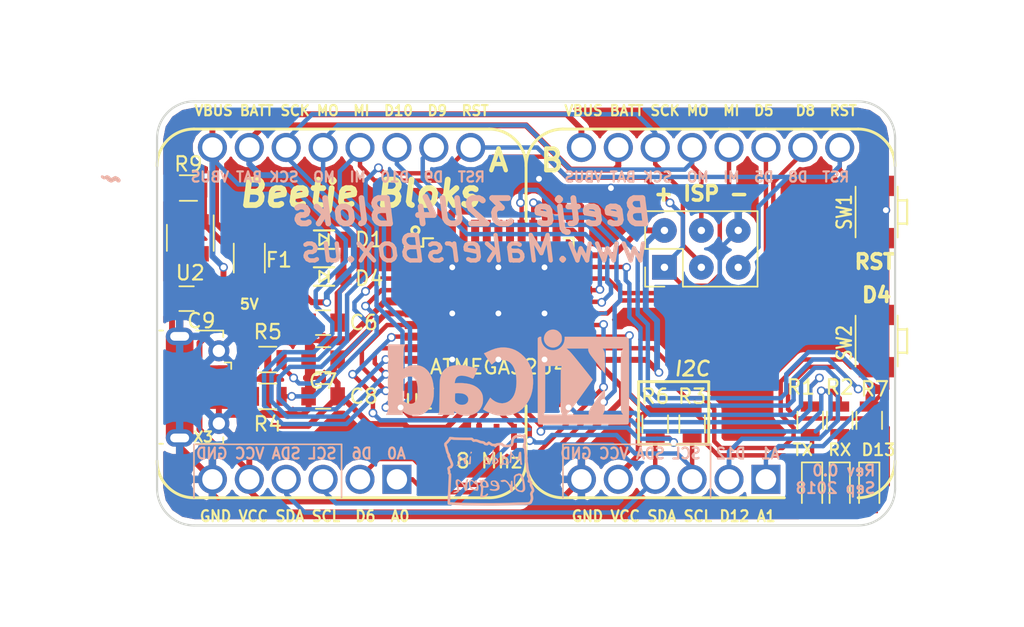
<source format=kicad_pcb>
(kicad_pcb (version 4) (host pcbnew 4.0.7)
  (title_block (title "Beetje 32U4 Blok") (date 2018-08-10) (rev 0.0) (company www.MakersBox.us) (comment 1 648.ken@gmail.com))
  (layers (0 F.Cu signal) (31 B.Cu signal) (34 B.Paste user) (35 F.Paste user) (36 B.SilkS user hide) (37 F.SilkS user) (38 B.Mask user) (39 F.Mask user) (44 Edge.Cuts user))
  (net 0 "")
  (net 1 GND)
  (net 2 /AREF)
  (net 3 VBUS)
  (net 4 +BATT)
  (net 5 /D4)
  (net 6 /D6)
  (net 7 /D8)
  (net 8 /D13)
  (net 9 /D12)
  (net 10 /D11)
  (net 11 /D10)
  (net 12 /D9)
  (net 13 /D7)
  (net 14 /SCL)
  (net 15 /SDA)
  (net 16 /D1)
  (net 17 /D0)
  (net 18 /A0)
  (net 19 /A1)
  (net 20 /A2)
  (net 21 /A3)
  (net 22 /A4)
  (net 23 /A5)
  (net 24 /SCK)
  (net 25 /MOSI)
  (net 26 /MISO)
  (net 27 "Net-(R4-Pad2)")
  (net 28 "Net-(R5-Pad2)")
  (net 29 "Net-(R9-Pad1)")
  (net 30 "Net-(U1-Pad2)")
  (net 31 "Net-(U1-Pad16)")
  (net 32 "Net-(U1-Pad17)")
  (net 33 /D5)
  (net 34 "Net-(U2-Pad4)")
  (net 35 "Net-(X3-Pad4)")
  (net 36 /RXLED)
  (net 37 /TXLED)
  (net 38 /VHI)
  (net 39 /~RESET)
  (net 40 /D+)
  (net 41 /D-)
  (net 42 VCC)
  (net 43 "Net-(F1-Pad2)")
  (net 44 "Net-(D3-Pad1)")
  (net 45 "Net-(D5-Pad1)")
  (net 46 "Net-(D13-Pad1)")
  (module footprints:Beetje_Bottom (layer F.Cu) (at 155.194 111.379 270)
    (fp_text reference J2 hide)
    (fp_text value "Beetje Bottom")
    (fp_text user "A0  D6  SCL SDA VCC GND" (at -1.778 6.604 360) (layer B.SilkS) (effects (font (size 0.75 0.7)) (justify mirror)))
    (fp_text user "GND VCC SDA SCL  D6  A0" (at 2.54 6.35 360) (layer F.SilkS) (effects (font (size 0.75 0.7))))
    (pad 1 thru_hole rect (at 0 0 270) (size 2 2) (drill 1.4) (layers *.Cu *.Mask) (net 18 /A0))
    (pad 2 thru_hole oval (at 0 2.54 270) (size 2 2) (drill 1.4) (layers *.Cu *.Mask) (net 6 /D6))
    (pad 3 thru_hole oval (at 0 5.08 270) (size 2 2) (drill 1.4) (layers *.Cu *.Mask) (net 14 /SCL))
    (pad 4 thru_hole oval (at 0 7.62 270) (size 2 2) (drill 1.4) (layers *.Cu *.Mask) (net 15 /SDA))
    (pad 5 thru_hole oval (at 0 10.16 270) (size 2 2) (drill 1.4) (layers *.Cu *.Mask) (net 42 VCC))
    (pad 6 thru_hole oval (at 0 12.7 270) (size 2 2) (drill 1.4) (layers *.Cu *.Mask) (net 1 GND))
  )
  (module footprints:Beetje_Top (layer F.Cu) (at 160.274 88.519 270)
    (fp_text reference J4 hide)
    (fp_text value "Beetje Top")
    (fp_text user "RST  D9  D10  MI  MO  SCK BAT VBUS" (at 2.032 9.144 360) (layer B.SilkS) (effects (font (size 0.7 0.675)) (justify mirror)))
    (fp_text user "VBUS BATT SCK MO  MI  D10  D9  RST" (at -2.54 8.89 360) (layer F.SilkS) (effects (font (size 0.7 0.675))))
    (pad 1 thru_hole circle (at 0 0 270) (size 2 2) (drill 1.4) (layers *.Cu *.Mask) (net 39 /~RESET))
    (pad 2 thru_hole oval (at 0 2.54 270) (size 2 2) (drill 1.4) (layers *.Cu *.Mask) (net 12 /D9))
    (pad 3 thru_hole oval (at 0 5.08 270) (size 2 2) (drill 1.4) (layers *.Cu *.Mask) (net 11 /D10))
    (pad 4 thru_hole oval (at 0 7.62 270) (size 2 2) (drill 1.4) (layers *.Cu *.Mask) (net 26 /MISO))
    (pad 5 thru_hole circle (at 0 10.16 270) (size 2 2) (drill 1.4) (layers *.Cu *.Mask) (net 25 /MOSI))
    (pad 6 thru_hole circle (at 0 12.7 270) (size 2 2) (drill 1.4) (layers *.Cu *.Mask) (net 24 /SCK))
    (pad 7 thru_hole circle (at 0 15.24 270) (size 2 2) (drill 1.4) (layers *.Cu *.Mask) (net 4 +BATT))
    (pad 8 thru_hole circle (at 0 17.78 270) (size 2 2) (drill 1.4) (layers *.Cu *.Mask) (net 3 VBUS))
  )
  (module footprints:EVQ-P7A (layer F.Cu) (at 188.214 101.854 90)
    (fp_text reference SW2 (at -0.127 -2.2225 90) (layer F.SilkS) (effects (font (size 1 0.8))))
    (fp_text value D4 (at 3.175 0 180) (layer F.SilkS) (effects (font (thickness 0.25))))
    (pad 2 smd rect (at 1.8 0.725 90) (size 1.4 1.05) (layers F.Cu F.Paste F.Mask) (net 1 GND))
    (pad 2 smd rect (at -1.8 0.725 90) (size 1.4 1.05) (layers F.Cu F.Paste F.Mask) (net 1 GND))
    (pad 1 smd rect (at 1.8 -0.7 90) (size 1.4 1.05) (layers F.Cu F.Paste F.Mask) (net 5 /D4))
    (pad 1 smd rect (at -1.8 -0.7 90) (size 1.4 1.05) (layers F.Cu F.Paste F.Mask) (net 5 /D4))
  )
  (module footprints:D_SOD-123F (layer F.Cu) (at 150.114 97.409 180)
    (fp_text reference D4 (at -3.175 -0.127 180) (layer F.SilkS))
    (fp_text value MBR120)
    (pad 1 smd rect (at -1.4 0 180) (size 1.1 1.1) (layers F.Cu F.Paste F.Mask) (net 38 /VHI))
    (pad 2 smd rect (at 1.4 0 180) (size 1.1 1.1) (layers F.Cu F.Paste F.Mask) (net 4 +BATT))
  )
  (module footprints:D_SOD-123F (layer F.Cu) (at 150.114 94.869 180)
    (fp_text reference D1 (at -3.175 0 180) (layer F.SilkS))
    (fp_text value MBR120)
    (pad 1 smd rect (at -1.4 0 180) (size 1.1 1.1) (layers F.Cu F.Paste F.Mask) (net 38 /VHI))
    (pad 2 smd rect (at 1.4 0 180) (size 1.1 1.1) (layers F.Cu F.Paste F.Mask) (net 3 VBUS))
  )
  (module footprints:Jumper (layer F.Cu) (at 143.637 99.187)
    (fp_text reference JMP1 hide)
    (fp_text value 5V (at 1.397 0.127) (layer F.SilkS) (effects (font (size 0.7 0.7))))
    (pad 1 smd rect (at -0.381 0) (size 0.4 0.6) (layers F.Cu F.Paste F.Mask) (net 42 VCC))
    (pad 2 smd rect (at 0.381 0) (size 0.4 0.6) (layers F.Cu F.Paste F.Mask) (net 3 VBUS))
  )
  (module footprints:Resonator_SMD_CTSC_1.3mmx3.2mm (layer F.Cu) (at 162.052 108.458 180)
    (fp_text reference Y1 hide)
    (fp_text value "8 Mhz" (at 0.508 -1.651 180) (layer F.SilkS))
    (pad 1 smd rect (at -1.2 0 180) (size 0.4 1.8) (layers F.Cu F.Paste F.Mask) (net 32 "Net-(U1-Pad17)"))
    (pad 2 smd rect (at 0 0 180) (size 0.4 1.8) (layers F.Cu F.Paste F.Mask) (net 1 GND))
    (pad 3 smd rect (at 1.2 0 180) (size 0.4 1.8) (layers F.Cu F.Paste F.Mask) (net 31 "Net-(U1-Pad16)"))
  )
  (module footprints:EVQ-P7A (layer F.Cu) (at 188.214 92.964 90)
    (fp_text reference SW1 (at 0 -2.2225 270) (layer F.SilkS) (effects (font (size 1 0.8))))
    (fp_text value RST (at -3.429 -0.127 180) (layer F.SilkS) (effects (font (thickness 0.25))))
    (pad 2 smd rect (at 1.8 0.725 90) (size 1.4 1.05) (layers F.Cu F.Paste F.Mask) (net 1 GND))
    (pad 2 smd rect (at -1.8 0.725 90) (size 1.4 1.05) (layers F.Cu F.Paste F.Mask) (net 1 GND))
    (pad 1 smd rect (at 1.8 -0.7 90) (size 1.4 1.05) (layers F.Cu F.Paste F.Mask) (net 39 /~RESET))
    (pad 1 smd rect (at -1.8 -0.7 90) (size 1.4 1.05) (layers F.Cu F.Paste F.Mask) (net 39 /~RESET))
  )
  (module myFootPrints:MadeInOregonRev25 (layer F.Cu) (at 161.544 110.744)
    (fp_text reference VAL hide)
    (fp_text value MadeInOregonRev25 hide)
  )
  (module footprints:KiCad-Logo2_8mm_SilkScreen (layer B.Cu) (at 162.814 105.029 180)
    (fp_text reference REF*** hide)
    (fp_text value KiCad-Logo2_8mm_SilkScreen hide)
  )
  (module footprints:C_0805 (layer F.Cu) (at 150.114 100.584 180)
    (fp_text reference C6 (at -2.794 0 180) (layer F.SilkS))
    (fp_text value 10uF)
    (pad 1 smd rect (at -1 0 180) (size 1 1.25) (layers F.Cu F.Paste F.Mask) (net 38 /VHI))
    (pad 2 smd rect (at 1 0 180) (size 1 1.25) (layers F.Cu F.Paste F.Mask) (net 1 GND))
  )
  (module footprints:C_0805 (layer F.Cu) (at 150.114 105.664 180)
    (fp_text reference C8 (at -2.794 0 180) (layer F.SilkS))
    (fp_text value 10uF)
    (pad 1 smd rect (at -1 0 180) (size 1 1.25) (layers F.Cu F.Paste F.Mask) (net 42 VCC))
    (pad 2 smd rect (at 1 0 180) (size 1 1.25) (layers F.Cu F.Paste F.Mask) (net 1 GND))
  )
  (module footprints:C_0805 (layer F.Cu) (at 140.716 98.933 180)
    (fp_text reference C9 (at -1.016 -1.524 180) (layer F.SilkS))
    (fp_text value 10uF)
    (pad 1 smd rect (at -1 0 180) (size 1 1.25) (layers F.Cu F.Paste F.Mask) (net 42 VCC))
    (pad 2 smd rect (at 1 0 180) (size 1 1.25) (layers F.Cu F.Paste F.Mask) (net 1 GND))
  )
  (module footprints:R_1206 (layer F.Cu) (at 145.034 96.139 270)
    (fp_text reference F1 (at 0.127 -2.032 360) (layer F.SilkS))
    (fp_text value Polyfuse)
    (pad 1 smd rect (at -1.45 0 270) (size 0.9 1.7) (layers F.Cu F.Paste F.Mask) (net 3 VBUS))
    (pad 2 smd rect (at 1.45 0 270) (size 0.9 1.7) (layers F.Cu F.Paste F.Mask) (net 43 "Net-(F1-Pad2)"))
  )
  (module footprints:TQFP-44_10x10mm_Pitch0.8mm (layer F.Cu) (at 162.179 99.949)
    (fp_text reference U1 (at -5.461 6.096) (layer F.SilkS))
    (fp_text value ATMEGA32U4 (at 0 3.683) (layer F.SilkS))
    (pad 1 smd rect (at -5.7 -4) (size 1.5 0.55) (layers F.Cu F.Paste F.Mask) (net 13 /D7))
    (pad 2 smd rect (at -5.7 -3.2) (size 1.5 0.55) (layers F.Cu F.Paste F.Mask) (net 30 "Net-(U1-Pad2)"))
    (pad 3 smd rect (at -5.7 -2.4) (size 1.5 0.55) (layers F.Cu F.Paste F.Mask) (net 41 /D-))
    (pad 4 smd rect (at -5.7 -1.6) (size 1.5 0.55) (layers F.Cu F.Paste F.Mask) (net 40 /D+))
    (pad 5 smd rect (at -5.7 -0.8) (size 1.5 0.55) (layers F.Cu F.Paste F.Mask) (net 1 GND))
    (pad 6 smd rect (at -5.7 0) (size 1.5 0.55) (layers F.Cu F.Paste F.Mask) (net 42 VCC))
    (pad 7 smd rect (at -5.7 0.8) (size 1.5 0.55) (layers F.Cu F.Paste F.Mask) (net 3 VBUS))
    (pad 8 smd rect (at -5.7 1.6) (size 1.5 0.55) (layers F.Cu F.Paste F.Mask) (net 36 /RXLED))
    (pad 9 smd rect (at -5.7 2.4) (size 1.5 0.55) (layers F.Cu F.Paste F.Mask) (net 24 /SCK))
    (pad 10 smd rect (at -5.7 3.2) (size 1.5 0.55) (layers F.Cu F.Paste F.Mask) (net 25 /MOSI))
    (pad 11 smd rect (at -5.7 4) (size 1.5 0.55) (layers F.Cu F.Paste F.Mask) (net 26 /MISO))
    (pad 12 smd rect (at -4 5.7 90) (size 1.5 0.55) (layers F.Cu F.Paste F.Mask) (net 10 /D11))
    (pad 13 smd rect (at -3.2 5.7 90) (size 1.5 0.55) (layers F.Cu F.Paste F.Mask) (net 39 /~RESET))
    (pad 14 smd rect (at -2.4 5.7 90) (size 1.5 0.55) (layers F.Cu F.Paste F.Mask) (net 42 VCC))
    (pad 15 smd rect (at -1.6 5.7 90) (size 1.5 0.55) (layers F.Cu F.Paste F.Mask) (net 1 GND))
    (pad 16 smd rect (at -0.8 5.7 90) (size 1.5 0.55) (layers F.Cu F.Paste F.Mask) (net 31 "Net-(U1-Pad16)"))
    (pad 17 smd rect (at 0 5.7 90) (size 1.5 0.55) (layers F.Cu F.Paste F.Mask) (net 32 "Net-(U1-Pad17)"))
    (pad 18 smd rect (at 0.8 5.7 90) (size 1.5 0.55) (layers F.Cu F.Paste F.Mask) (net 14 /SCL))
    (pad 19 smd rect (at 1.6 5.7 90) (size 1.5 0.55) (layers F.Cu F.Paste F.Mask) (net 15 /SDA))
    (pad 20 smd rect (at 2.4 5.7 90) (size 1.5 0.55) (layers F.Cu F.Paste F.Mask) (net 17 /D0))
    (pad 21 smd rect (at 3.2 5.7 90) (size 1.5 0.55) (layers F.Cu F.Paste F.Mask) (net 16 /D1))
    (pad 22 smd rect (at 4 5.7 90) (size 1.5 0.55) (layers F.Cu F.Paste F.Mask) (net 37 /TXLED))
    (pad 23 smd rect (at 5.7 4) (size 1.5 0.55) (layers F.Cu F.Paste F.Mask) (net 1 GND))
    (pad 24 smd rect (at 5.7 3.2) (size 1.5 0.55) (layers F.Cu F.Paste F.Mask) (net 42 VCC))
    (pad 25 smd rect (at 5.7 2.4) (size 1.5 0.55) (layers F.Cu F.Paste F.Mask) (net 5 /D4))
    (pad 26 smd rect (at 5.7 1.6) (size 1.5 0.55) (layers F.Cu F.Paste F.Mask) (net 9 /D12))
    (pad 27 smd rect (at 5.7 0.8) (size 1.5 0.55) (layers F.Cu F.Paste F.Mask) (net 6 /D6))
    (pad 28 smd rect (at 5.7 0) (size 1.5 0.55) (layers F.Cu F.Paste F.Mask) (net 7 /D8))
    (pad 29 smd rect (at 5.7 -0.8) (size 1.5 0.55) (layers F.Cu F.Paste F.Mask) (net 12 /D9))
    (pad 30 smd rect (at 5.7 -1.6) (size 1.5 0.55) (layers F.Cu F.Paste F.Mask) (net 11 /D10))
    (pad 31 smd rect (at 5.7 -2.4) (size 1.5 0.55) (layers F.Cu F.Paste F.Mask) (net 33 /D5))
    (pad 32 smd rect (at 5.7 -3.2) (size 1.5 0.55) (layers F.Cu F.Paste F.Mask) (net 8 /D13))
    (pad 33 smd rect (at 5.7 -4) (size 1.5 0.55) (layers F.Cu F.Paste F.Mask) (net 42 VCC))
    (pad 34 smd rect (at 4 -5.7 90) (size 1.5 0.55) (layers F.Cu F.Paste F.Mask) (net 42 VCC))
    (pad 35 smd rect (at 3.2 -5.7 90) (size 1.5 0.55) (layers F.Cu F.Paste F.Mask) (net 1 GND))
    (pad 36 smd rect (at 2.4 -5.7 90) (size 1.5 0.55) (layers F.Cu F.Paste F.Mask) (net 18 /A0))
    (pad 37 smd rect (at 1.6 -5.7 90) (size 1.5 0.55) (layers F.Cu F.Paste F.Mask) (net 19 /A1))
    (pad 38 smd rect (at 0.8 -5.7 90) (size 1.5 0.55) (layers F.Cu F.Paste F.Mask) (net 20 /A2))
    (pad 39 smd rect (at 0 -5.7 90) (size 1.5 0.55) (layers F.Cu F.Paste F.Mask) (net 21 /A3))
    (pad 40 smd rect (at -0.8 -5.7 90) (size 1.5 0.55) (layers F.Cu F.Paste F.Mask) (net 22 /A4))
    (pad 41 smd rect (at -1.6 -5.7 90) (size 1.5 0.55) (layers F.Cu F.Paste F.Mask) (net 23 /A5))
    (pad 42 smd rect (at -2.4 -5.7 90) (size 1.5 0.55) (layers F.Cu F.Paste F.Mask) (net 2 /AREF))
    (pad 43 smd rect (at -3.2 -5.7 90) (size 1.5 0.55) (layers F.Cu F.Paste F.Mask) (net 1 GND))
    (pad 44 smd rect (at -4 -5.7 90) (size 1.5 0.55) (layers F.Cu F.Paste F.Mask) (net 42 VCC))
  )
  (module footprints:SOT-23-5 (layer F.Cu) (at 140.97 94.742 270)
    (fp_text reference U2 (at 2.413 0 360) (layer F.SilkS))
    (fp_text value MIC5225-3.3)
    (pad 1 smd rect (at -1.1 -0.95 270) (size 1.06 0.65) (layers F.Cu F.Paste F.Mask) (net 38 /VHI))
    (pad 2 smd rect (at -1.1 0 270) (size 1.06 0.65) (layers F.Cu F.Paste F.Mask) (net 1 GND))
    (pad 3 smd rect (at -1.1 0.95 270) (size 1.06 0.65) (layers F.Cu F.Paste F.Mask) (net 29 "Net-(R9-Pad1)"))
    (pad 4 smd rect (at 1.1 0.95 270) (size 1.06 0.65) (layers F.Cu F.Paste F.Mask) (net 34 "Net-(U2-Pad4)"))
    (pad 5 smd rect (at 1.1 -0.95 270) (size 1.06 0.65) (layers F.Cu F.Paste F.Mask) (net 42 VCC))
  )
  (module footprints:USB_Micro-B_Molex-105017-0001 (layer F.Cu) (at 140.589 105.029 270)
    (fp_text reference X3 (at 3.429 -1.27 360) (layer F.SilkS) (effects (font (size 0.7 0.7))))
    (fp_text value USB_OTG)
    (pad 6 smd rect (at 1 0.35 270) (size 1.5 1.9) (layers F.Cu F.Paste F.Mask) (net 1 GND))
    (pad 6 thru_hole circle (at -2.5 -2.35 270) (size 1.45 1.45) (drill 0.85) (layers *.Cu *.Mask) (net 1 GND))
    (pad 2 smd rect (at -0.65 -2.35 270) (size 0.4 1.35) (layers F.Cu F.Paste F.Mask) (net 28 "Net-(R5-Pad2)"))
    (pad 1 smd rect (at -1.3 -2.35 270) (size 0.4 1.35) (layers F.Cu F.Paste F.Mask) (net 43 "Net-(F1-Pad2)"))
    (pad 5 smd rect (at 1.3 -2.35 270) (size 0.4 1.35) (layers F.Cu F.Paste F.Mask) (net 1 GND))
    (pad 4 smd rect (at 0.65 -2.35 270) (size 0.4 1.35) (layers F.Cu F.Paste F.Mask) (net 35 "Net-(X3-Pad4)"))
    (pad 3 smd rect (at 0 -2.35 270) (size 0.4 1.35) (layers F.Cu F.Paste F.Mask) (net 27 "Net-(R4-Pad2)"))
    (pad 6 thru_hole circle (at 2.5 -2.35 270) (size 1.45 1.45) (drill 0.85) (layers *.Cu *.Mask) (net 1 GND))
    (pad 6 smd rect (at -1 0.35 270) (size 1.5 1.9) (layers F.Cu F.Paste F.Mask) (net 1 GND))
    (pad 6 thru_hole oval (at -3.5 0.35 90) (size 1.2 1.9) (drill oval 0.6 1.3) (layers *.Cu *.Mask) (net 1 GND))
    (pad 6 thru_hole oval (at 3.5 0.35 270) (size 1.2 1.9) (drill oval 0.6 1.3) (layers *.Cu *.Mask) (net 1 GND))
    (pad 6 smd rect (at 2.9 0.35 270) (size 1.2 1.9) (layers F.Cu F.Mask) (net 1 GND))
    (pad 6 smd rect (at -2.9 0.35 270) (size 1.2 1.9) (layers F.Cu F.Mask) (net 1 GND))
  )
  (module footprints:Pin_Header_Straight_2x03_Pitch2.54mm (layer F.Cu) (at 173.609 96.774 90)
    (fp_text reference CON1 hide)
    (fp_text value AVR-ISP-6)
    (pad 1 thru_hole rect (at 0 0 90) (size 1.7 1.7) (drill 0.508) (layers *.Cu F.Mask) (net 26 /MISO))
    (pad 2 thru_hole oval (at 2.54 0 90) (size 1.7 1.7) (drill 0.508) (layers *.Cu F.Mask) (net 42 VCC))
    (pad 3 thru_hole oval (at 0 2.54 90) (size 1.7 1.7) (drill 0.508) (layers *.Cu F.Mask) (net 24 /SCK))
    (pad 4 thru_hole oval (at 2.54 2.54 90) (size 1.7 1.7) (drill 0.508) (layers *.Cu F.Mask) (net 25 /MOSI))
    (pad 5 thru_hole oval (at 0 5.08 90) (size 1.7 1.7) (drill 0.508) (layers *.Cu F.Mask) (net 39 /~RESET))
    (pad 6 thru_hole oval (at 2.54 5.08 90) (size 1.7 1.7) (drill 0.508) (layers *.Cu F.Mask) (net 1 GND))
  )
  (module footprints:Beetje_Top (layer F.Cu) (at 185.674 88.519 270)
    (fp_text reference J1 hide)
    (fp_text value "Beetje Top")
    (fp_text user "RST  D8  D5  MI  MO  SCK BAT VBUS" (at 2.032 9.144 360) (layer B.SilkS) (effects (font (size 0.7 0.675)) (justify mirror)))
    (fp_text user "VBUS BATT SCK MO  MI  D5   D8  RST" (at -2.54 8.89 360) (layer F.SilkS) (effects (font (size 0.7 0.675))))
    (pad 1 thru_hole circle (at 0 0 270) (size 2 2) (drill 1.4) (layers *.Cu *.Mask) (net 39 /~RESET))
    (pad 2 thru_hole oval (at 0 2.54 270) (size 2 2) (drill 1.4) (layers *.Cu *.Mask) (net 7 /D8))
    (pad 3 thru_hole oval (at 0 5.08 270) (size 2 2) (drill 1.4) (layers *.Cu *.Mask) (net 33 /D5))
    (pad 4 thru_hole oval (at 0 7.62 270) (size 2 2) (drill 1.4) (layers *.Cu *.Mask) (net 26 /MISO))
    (pad 5 thru_hole circle (at 0 10.16 270) (size 2 2) (drill 1.4) (layers *.Cu *.Mask) (net 25 /MOSI))
    (pad 6 thru_hole circle (at 0 12.7 270) (size 2 2) (drill 1.4) (layers *.Cu *.Mask) (net 24 /SCK))
    (pad 7 thru_hole circle (at 0 15.24 270) (size 2 2) (drill 1.4) (layers *.Cu *.Mask) (net 4 +BATT))
    (pad 8 thru_hole circle (at 0 17.78 270) (size 2 2) (drill 1.4) (layers *.Cu *.Mask) (net 3 VBUS))
  )
  (module footprints:Beetje_Bottom (layer F.Cu) (at 180.594 111.379 270)
    (fp_text reference J3 hide)
    (fp_text value "Beetje Bottom")
    (fp_text user "A1  D12  SCL SDA VCC GND" (at -1.778 6.604 360) (layer B.SilkS) (effects (font (size 0.75 0.7)) (justify mirror)))
    (fp_text user "GND VCC SDA SCL D12 A1" (at 2.54 6.35 360) (layer F.SilkS) (effects (font (size 0.75 0.7))))
    (pad 1 thru_hole rect (at 0 0 270) (size 2 2) (drill 1.4) (layers *.Cu *.Mask) (net 19 /A1))
    (pad 2 thru_hole oval (at 0 2.54 270) (size 2 2) (drill 1.4) (layers *.Cu *.Mask) (net 9 /D12))
    (pad 3 thru_hole oval (at 0 5.08 270) (size 2 2) (drill 1.4) (layers *.Cu *.Mask) (net 14 /SCL))
    (pad 4 thru_hole oval (at 0 7.62 270) (size 2 2) (drill 1.4) (layers *.Cu *.Mask) (net 15 /SDA))
    (pad 5 thru_hole oval (at 0 10.16 270) (size 2 2) (drill 1.4) (layers *.Cu *.Mask) (net 42 VCC))
    (pad 6 thru_hole oval (at 0 12.7 270) (size 2 2) (drill 1.4) (layers *.Cu *.Mask) (net 1 GND))
  )
  (module footprints:C_0805 (layer F.Cu) (at 150.114 103.124 180)
    (fp_text reference C7 (at 0 -1.5 180) (layer F.SilkS))
    (fp_text value 1uF)
    (pad 1 smd rect (at -1 0 180) (size 1 1.25) (layers F.Cu F.Paste F.Mask) (net 42 VCC))
    (pad 2 smd rect (at 1 0 180) (size 1 1.25) (layers F.Cu F.Paste F.Mask) (net 1 GND))
  )
  (module Resistors_SMD:R_0805 (layer F.Cu) (at 146.304 105.664 180)
    (fp_text reference R4 (at 0 -1.905 180) (layer F.SilkS))
    (fp_text value 22)
    (pad 1 smd rect (at -0.95 0 180) (size 0.7 1.3) (layers F.Cu F.Paste F.Mask) (net 40 /D+))
    (pad 2 smd rect (at 0.95 0 180) (size 0.7 1.3) (layers F.Cu F.Paste F.Mask) (net 27 "Net-(R4-Pad2)"))
  )
  (module Resistors_SMD:R_0805 (layer F.Cu) (at 146.304 103.124 180)
    (fp_text reference R5 (at 0 1.905 180) (layer F.SilkS))
    (fp_text value 22)
    (pad 1 smd rect (at -0.95 0 180) (size 0.7 1.3) (layers F.Cu F.Paste F.Mask) (net 41 /D-))
    (pad 2 smd rect (at 0.95 0 180) (size 0.7 1.3) (layers F.Cu F.Paste F.Mask) (net 28 "Net-(R5-Pad2)"))
  )
  (module Resistors_SMD:R_0805 (layer F.Cu) (at 140.843 91.313)
    (fp_text reference R9 (at 0 -1.65) (layer F.SilkS))
    (fp_text value 100K)
    (pad 1 smd rect (at -0.95 0) (size 0.7 1.3) (layers F.Cu F.Paste F.Mask) (net 29 "Net-(R9-Pad1)"))
    (pad 2 smd rect (at 0.95 0) (size 0.7 1.3) (layers F.Cu F.Paste F.Mask) (net 38 /VHI))
  )
  (module Resistors_SMD:R_0805 (layer F.Cu) (at 172.974 107.569 90)
    (fp_text reference R6 (at 1.905 0 180) (layer F.SilkS))
    (fp_text value 4K7)
    (pad 1 smd rect (at -0.95 0 90) (size 0.7 1.3) (layers F.Cu F.Paste F.Mask) (net 15 /SDA))
    (pad 2 smd rect (at 0.95 0 90) (size 0.7 1.3) (layers F.Cu F.Paste F.Mask) (net 42 VCC))
  )
  (module Resistors_SMD:R_0805 (layer F.Cu) (at 175.514 107.569 90)
    (fp_text reference R3 (at 1.905 0 180) (layer F.SilkS))
    (fp_text value 4K7)
    (pad 1 smd rect (at -0.95 0 90) (size 0.7 1.3) (layers F.Cu F.Paste F.Mask) (net 14 /SCL))
    (pad 2 smd rect (at 0.95 0 90) (size 0.7 1.3) (layers F.Cu F.Paste F.Mask) (net 42 VCC))
  )
  (module LEDs:LED_0805 (layer F.Cu) (at 183.769 112.014 270)
    (fp_text reference D3 hide)
    (fp_text value TX (at -2.667 0.635 360) (layer F.SilkS) (effects (font (size 0.8 0.8))))
    (pad 2 smd rect (at 1.1 0 90) (size 1.2 1.2) (layers F.Cu F.Paste F.Mask) (net 42 VCC))
    (pad 1 smd rect (at -1.1 0 90) (size 1.2 1.2) (layers F.Cu F.Paste F.Mask) (net 44 "Net-(D3-Pad1)"))
  )
  (module LEDs:LED_0805 (layer F.Cu) (at 185.674 112.014 270)
    (fp_text reference D5 hide)
    (fp_text value RX (at -2.667 0 360) (layer F.SilkS) (effects (font (size 0.8 0.8))))
    (pad 2 smd rect (at 1.1 0 90) (size 1.2 1.2) (layers F.Cu F.Paste F.Mask) (net 42 VCC))
    (pad 1 smd rect (at -1.1 0 90) (size 1.2 1.2) (layers F.Cu F.Paste F.Mask) (net 45 "Net-(D5-Pad1)"))
  )
  (module LEDs:LED_0805 (layer F.Cu) (at 187.706 112.014 270)
    (fp_text reference D13 (at -2.667 -0.635 360) (layer F.SilkS) (effects (font (size 0.8 0.8))))
    (fp_text value D13)
    (pad 2 smd rect (at 1.1 0 90) (size 1.2 1.2) (layers F.Cu F.Paste F.Mask) (net 8 /D13))
    (pad 1 smd rect (at -1.1 0 90) (size 1.2 1.2) (layers F.Cu F.Paste F.Mask) (net 46 "Net-(D13-Pad1)"))
  )
  (module Resistors_SMD:R_0805 (layer F.Cu) (at 187.706 107.315 270)
    (fp_text reference R7 (at -2.159 -0.381 360) (layer F.SilkS))
    (fp_text value 330)
    (pad 1 smd rect (at -0.95 0 270) (size 0.7 1.3) (layers F.Cu F.Paste F.Mask) (net 1 GND))
    (pad 2 smd rect (at 0.95 0 270) (size 0.7 1.3) (layers F.Cu F.Paste F.Mask) (net 46 "Net-(D13-Pad1)"))
  )
  (module Resistors_SMD:R_0805 (layer F.Cu) (at 185.674 107.315 270)
    (fp_text reference R2 (at -2.286 0 360) (layer F.SilkS))
    (fp_text value 330)
    (pad 1 smd rect (at -0.95 0 270) (size 0.7 1.3) (layers F.Cu F.Paste F.Mask) (net 36 /RXLED))
    (pad 2 smd rect (at 0.95 0 270) (size 0.7 1.3) (layers F.Cu F.Paste F.Mask) (net 45 "Net-(D5-Pad1)"))
  )
  (module Resistors_SMD:R_0805 (layer F.Cu) (at 183.642 107.315 270)
    (fp_text reference R1 (at -2.286 0.635 360) (layer F.SilkS))
    (fp_text value 330)
    (pad 1 smd rect (at -0.95 0 270) (size 0.7 1.3) (layers F.Cu F.Paste F.Mask) (net 37 /TXLED))
    (pad 2 smd rect (at 0.95 0 270) (size 0.7 1.3) (layers F.Cu F.Paste F.Mask) (net 44 "Net-(D3-Pad1)"))
  )
  (gr_text "A  B" (at 164.084 89.408) (layer F.SilkS) (effects (font (size 1.5 1.5) (thickness 0.3))))
  (gr_text "Beetje Bloks" (at 152.654 91.694) (layer F.SilkS) (effects (font (size 1.75 1.75) (thickness 0.4) italic)))
  (gr_text "+ ISP -" (at 176.149 91.694) (layer F.SilkS) (effects (font (size 1 1) (thickness 0.25))))
  (gr_line (start 164.084 89.789) (end 164.084 93.599) (angle 90) (layer F.SilkS) (width 0.2))
  (gr_line (start 164.084 110.109) (end 164.084 106.299) (angle 90) (layer F.SilkS) (width 0.2))
  (gr_line (start 166.624 112.649) (end 181.864 112.649) (angle 90) (layer F.SilkS) (width 0.2))
  (gr_line (start 161.544 112.649) (end 141.224 112.649) (angle 90) (layer F.SilkS) (width 0.2))
  (gr_line (start 161.544 87.249) (end 141.224 87.249) (angle 90) (layer F.SilkS) (width 0.2))
  (gr_line (start 186.944 87.249) (end 166.624 87.249) (angle 90) (layer F.SilkS) (width 0.2))
  (gr_arc (start 166.624 89.789) (end 164.084 89.789) (angle 90) (layer F.SilkS) (width 0.2))
  (gr_arc (start 161.544 110.109) (end 164.084 110.109) (angle 90) (layer F.SilkS) (width 0.2))
  (gr_arc (start 186.944 110.109) (end 189.484 110.109) (angle 90) (layer F.SilkS) (width 0.2))
  (gr_arc (start 186.944 89.789) (end 186.944 87.249) (angle 90) (layer F.SilkS) (width 0.2))
  (gr_arc (start 141.224 89.789) (end 138.684 89.789) (angle 90) (layer F.SilkS) (width 0.2))
  (gr_arc (start 161.544 89.789) (end 161.544 87.249) (angle 90) (layer F.SilkS) (width 0.2))
  (gr_arc (start 166.624 110.109) (end 166.624 112.649) (angle 90) (layer F.SilkS) (width 0.2))
  (gr_arc (start 141.224 110.109) (end 141.224 112.649) (angle 90) (layer F.SilkS) (width 0.2))
  (gr_line (start 176.657 108.966) (end 176.53 108.966) (angle 90) (layer F.SilkS) (width 0.2))
  (gr_line (start 176.657 104.648) (end 176.657 108.966) (angle 90) (layer F.SilkS) (width 0.2))
  (gr_line (start 176.53 104.648) (end 176.657 104.648) (angle 90) (layer F.SilkS) (width 0.2))
  (gr_line (start 176.403 108.966) (end 176.53 108.966) (angle 90) (layer F.SilkS) (width 0.2))
  (gr_line (start 171.831 108.966) (end 176.403 108.966) (angle 90) (layer F.SilkS) (width 0.2))
  (gr_line (start 171.831 104.648) (end 171.831 108.966) (angle 90) (layer F.SilkS) (width 0.2))
  (gr_line (start 176.53 104.648) (end 171.831 104.648) (angle 90) (layer F.SilkS) (width 0.2))
  (gr_line (start 141.224 114.554) (end 186.944 114.554) (angle 90) (layer Edge.Cuts) (width 0.15))
  (gr_line (start 138.684 87.884) (end 138.684 112.014) (angle 90) (layer Edge.Cuts) (width 0.15))
  (gr_line (start 186.944 85.344) (end 141.224 85.344) (angle 90) (layer Edge.Cuts) (width 0.15))
  (gr_line (start 189.484 112.014) (end 189.484 87.884) (angle 90) (layer Edge.Cuts) (width 0.15))
  (gr_arc (start 186.944 112.014) (end 189.484 112.014) (angle 90) (layer Edge.Cuts) (width 0.15))
  (gr_arc (start 186.944 87.884) (end 186.944 85.344) (angle 90) (layer Edge.Cuts) (width 0.15))
  (gr_text I2C (at 175.514 103.759) (layer F.SilkS) (effects (font (size 1 1) (thickness 0.175) italic)))
  (gr_text "Rev 0.0\nSep 2018" (at 188.214 111.379) (layer B.SilkS) (effects (font (size 0.75 0.75)) (justify left mirror)))
  (gr_arc (start 141.224 87.884) (end 138.684 87.884) (angle 90) (layer Edge.Cuts) (width 0.15))
  (gr_arc (start 141.224 112.014) (end 141.224 114.554) (angle 90) (layer Edge.Cuts) (width 0.15))
  (gr_circle (center 156.464 94.234) (end 156.464 93.98) (layer F.SilkS) (width 0.2))
  (gr_text www.MakersBox.us (at 172.72 95.504) (layer B.SilkS) (effects (font (size 1.75 1.75) (thickness 0.3) italic) (justify left mirror)))
  (gr_text "Beetje 32U4 Bloks\n" (at 172.974 92.964) (layer B.SilkS) (effects (font (size 1.75 1.75) (thickness 0.4) italic) (justify left mirror)))
  (gr_text ~ (at 135.636 90.678) (layer B.SilkS) (effects (font (size 1.5 1.5) (thickness 0.3)) (justify mirror)))
  (gr_text ~ (at 135.128 90.551) (layer B.SilkS) (effects (font (size 1 1) (thickness 0.2)) (justify mirror)))
  (via (at 169.926 91.313) (size 0.6) (drill 0.4) (layers F.Cu B.Cu) (net 1))
  (segment (start 167.894 111.379) (end 167.894 110.744) (width 0.4064) (layer F.Cu) (net 1))
  (via (at 159.004 96.774) (size 0.6) (drill 0.4) (layers F.Cu B.Cu) (net 1))
  (via (at 162.179 99.949) (size 0.6) (drill 0.4) (layers F.Cu B.Cu) (net 1))
  (segment (start 162.179 99.949) (end 159.004 99.949) (width 0.4064) (layer F.Cu) (net 1))
  (via (at 159.004 99.949) (size 0.6) (drill 0.4) (layers F.Cu B.Cu) (net 1))
  (segment (start 159.004 103.124) (end 159.004 99.949) (width 0.4064) (layer B.Cu) (net 1))
  (via (at 159.004 103.124) (size 0.6) (drill 0.4) (layers F.Cu B.Cu) (net 1))
  (segment (start 162.179 103.124) (end 159.004 103.124) (width 0.4064) (layer F.Cu) (net 1))
  (via (at 162.179 103.124) (size 0.6) (drill 0.4) (layers F.Cu B.Cu) (net 1))
  (segment (start 165.354 103.124) (end 162.179 103.124) (width 0.4064) (layer B.Cu) (net 1))
  (via (at 165.354 103.124) (size 0.6) (drill 0.4) (layers F.Cu B.Cu) (net 1))
  (segment (start 165.354 99.949) (end 165.354 103.124) (width 0.4064) (layer F.Cu) (net 1))
  (via (at 165.354 99.949) (size 0.6) (drill 0.4) (layers F.Cu B.Cu) (net 1))
  (segment (start 165.329 96.799) (end 165.354 99.949) (width 0.4064) (layer B.Cu) (net 1))
  (segment (start 165.354 96.774) (end 165.329 96.799) (width 0.4064) (layer B.Cu) (net 1))
  (via (at 165.354 96.774) (size 0.6) (drill 0.4) (layers F.Cu B.Cu) (net 1))
  (segment (start 162.179 96.774) (end 165.354 96.774) (width 0.4064) (layer F.Cu) (net 1))
  (via (at 162.179 96.774) (size 0.6) (drill 0.4) (layers F.Cu B.Cu) (net 1))
  (segment (start 162.179 96.774) (end 159.004 96.774) (width 0.4064) (layer B.Cu) (net 1))
  (segment (start 188.939 103.654) (end 188.939 105.132) (width 0.3048) (layer F.Cu) (net 1))
  (segment (start 188.939 105.132) (end 187.706 106.365) (width 0.3048) (layer F.Cu) (net 1))
  (segment (start 139.716 98.933) (end 139.716 98.409) (width 0.4064) (layer F.Cu) (net 1))
  (segment (start 139.716 98.409) (end 140.97 97.155) (width 0.4064) (layer F.Cu) (net 1))
  (segment (start 140.97 97.155) (end 140.97 93.642) (width 0.4064) (layer F.Cu) (net 1))
  (segment (start 165.379 94.249) (end 165.379 91.084) (width 0.4064) (layer F.Cu) (net 1))
  (segment (start 172.593 91.313) (end 177.546 91.313) (width 0.4064) (layer B.Cu) (net 1))
  (segment (start 178.689 92.329) (end 178.689 94.234) (width 0.4064) (layer B.Cu) (net 1))
  (segment (start 177.546 91.313) (end 178.689 92.329) (width 0.4064) (layer B.Cu) (net 1))
  (segment (start 165.608 91.313) (end 169.926 91.313) (width 0.4064) (layer B.Cu) (net 1))
  (segment (start 169.926 91.313) (end 172.593 91.313) (width 0.4064) (layer B.Cu) (net 1))
  (segment (start 164.973 90.678) (end 165.608 91.313) (width 0.4064) (layer B.Cu) (net 1))
  (via (at 164.973 90.678) (size 0.6) (drill 0.4) (layers F.Cu B.Cu) (net 1))
  (segment (start 165.379 91.084) (end 164.973 90.678) (width 0.4064) (layer F.Cu) (net 1))
  (segment (start 160.579 105.649) (end 160.579 106.883) (width 0.3048) (layer F.Cu) (net 1))
  (segment (start 162.052 109.474) (end 162.052 108.458) (width 0.3048) (layer F.Cu) (net 1))
  (segment (start 161.671 109.855) (end 162.052 109.474) (width 0.3048) (layer F.Cu) (net 1))
  (segment (start 160.401 109.855) (end 161.671 109.855) (width 0.3048) (layer F.Cu) (net 1))
  (segment (start 160.147 109.601) (end 160.401 109.855) (width 0.3048) (layer F.Cu) (net 1))
  (segment (start 160.147 107.315) (end 160.147 109.601) (width 0.3048) (layer F.Cu) (net 1))
  (segment (start 160.579 106.883) (end 160.147 107.315) (width 0.3048) (layer F.Cu) (net 1))
  (segment (start 188.939 100.054) (end 188.939 103.654) (width 0.3048) (layer F.Cu) (net 1))
  (segment (start 188.939 94.764) (end 188.939 100.054) (width 0.3048) (layer F.Cu) (net 1))
  (segment (start 188.849 92.837) (end 188.849 94.674) (width 0.3048) (layer F.Cu) (net 1))
  (segment (start 188.849 94.674) (end 188.939 94.764) (width 0.3048) (layer F.Cu) (net 1))
  (segment (start 178.689 94.234) (end 177.419 95.504) (width 0.3048) (layer B.Cu) (net 1))
  (via (at 188.849 92.837) (size 0.6) (drill 0.4) (layers F.Cu B.Cu) (net 1))
  (segment (start 185.547 92.837) (end 188.849 92.837) (width 0.3048) (layer B.Cu) (net 1))
  (segment (start 180.086 98.298) (end 185.547 92.837) (width 0.3048) (layer B.Cu) (net 1))
  (segment (start 178.181 98.298) (end 180.086 98.298) (width 0.3048) (layer B.Cu) (net 1))
  (segment (start 177.419 97.536) (end 178.181 98.298) (width 0.3048) (layer B.Cu) (net 1))
  (segment (start 177.419 95.504) (end 177.419 97.536) (width 0.3048) (layer B.Cu) (net 1))
  (segment (start 188.939 92.747) (end 188.939 91.164) (width 0.3048) (layer F.Cu) (net 1))
  (segment (start 188.849 92.837) (end 188.939 92.747) (width 0.3048) (layer F.Cu) (net 1))
  (segment (start 156.479 99.149) (end 154.374418 99.149) (width 0.4064) (layer F.Cu) (net 1))
  (segment (start 150.257 101.727) (end 149.114 100.584) (width 0.4064) (layer F.Cu) (net 1))
  (segment (start 151.796418 101.727) (end 150.257 101.727) (width 0.4064) (layer F.Cu) (net 1))
  (segment (start 154.374418 99.149) (end 151.796418 101.727) (width 0.4064) (layer F.Cu) (net 1))
  (segment (start 160.579 105.649) (end 160.579 103.556) (width 0.4064) (layer F.Cu) (net 1))
  (segment (start 158.979 101.956) (end 158.979 97.79) (width 0.4064) (layer F.Cu) (net 1))
  (segment (start 160.579 103.556) (end 158.979 101.956) (width 0.4064) (layer F.Cu) (net 1))
  (segment (start 167.879 103.949) (end 166.306 103.949) (width 0.4064) (layer F.Cu) (net 1))
  (segment (start 164.338 101.981) (end 164.338 97.79) (width 0.4064) (layer F.Cu) (net 1))
  (segment (start 166.306 103.949) (end 164.338 101.981) (width 0.4064) (layer F.Cu) (net 1))
  (segment (start 158.979 97.79) (end 162.814 97.79) (width 0.4064) (layer F.Cu) (net 1))
  (segment (start 162.814 97.79) (end 164.338 97.79) (width 0.4064) (layer F.Cu) (net 1))
  (segment (start 165.379 96.749) (end 165.379 94.249) (width 0.4064) (layer F.Cu) (net 1))
  (segment (start 164.338 97.79) (end 165.379 96.749) (width 0.4064) (layer F.Cu) (net 1))
  (segment (start 156.479 99.149) (end 157.645 99.149) (width 0.4064) (layer F.Cu) (net 1))
  (segment (start 158.979 97.815) (end 158.979 97.79) (width 0.4064) (layer F.Cu) (net 1))
  (segment (start 158.979 97.79) (end 159.004 96.774) (width 0.4064) (layer F.Cu) (net 1))
  (segment (start 159.004 96.774) (end 158.979 94.249) (width 0.4064) (layer F.Cu) (net 1))
  (segment (start 157.645 99.149) (end 158.979 97.815) (width 0.4064) (layer F.Cu) (net 1))
  (segment (start 145.669 106.934) (end 143.534 106.934) (width 0.4064) (layer F.Cu) (net 1))
  (segment (start 145.669 106.934) (end 148.717 106.934) (width 0.4064) (layer F.Cu) (net 1))
  (segment (start 148.717 106.934) (end 149.114 106.537) (width 0.4064) (layer F.Cu) (net 1))
  (segment (start 149.114 105.664) (end 149.114 106.537) (width 0.4064) (layer F.Cu) (net 1))
  (segment (start 143.534 106.934) (end 142.939 107.529) (width 0.4064) (layer F.Cu) (net 1))
  (segment (start 149.364 103.124) (end 149.364 102.247) (width 0.4064) (layer F.Cu) (net 1))
  (segment (start 149.364 102.247) (end 149.114 101.997) (width 0.4064) (layer F.Cu) (net 1))
  (segment (start 149.114 101.997) (end 149.114 100.584) (width 0.4064) (layer F.Cu) (net 1))
  (segment (start 149.114 105.664) (end 149.114 104.251) (width 0.4064) (layer F.Cu) (net 1))
  (segment (start 149.114 104.251) (end 149.364 104.001) (width 0.4064) (layer F.Cu) (net 1))
  (segment (start 149.364 104.001) (end 149.364 103.124) (width 0.4064) (layer F.Cu) (net 1))
  (segment (start 140.239 101.529) (end 141.939 101.529) (width 0.4064) (layer B.Cu) (net 1))
  (segment (start 141.939 101.529) (end 142.939 102.529) (width 0.4064) (layer B.Cu) (net 1))
  (segment (start 140.239 108.529) (end 141.939 108.529) (width 0.4064) (layer B.Cu) (net 1))
  (segment (start 141.939 108.529) (end 142.939 107.529) (width 0.4064) (layer B.Cu) (net 1))
  (segment (start 142.939 106.329) (end 142.939 107.529) (width 0.4064) (layer F.Cu) (net 1))
  (segment (start 140.239 108.529) (end 140.239 109.124) (width 0.4064) (layer F.Cu) (net 1))
  (segment (start 140.239 109.124) (end 142.494 111.379) (width 0.4064) (layer F.Cu) (net 1))
  (segment (start 140.239 106.029) (end 140.239 107.929) (width 0.4064) (layer F.Cu) (net 1))
  (segment (start 140.239 107.929) (end 140.239 108.529) (width 0.4064) (layer F.Cu) (net 1))
  (segment (start 140.239 104.029) (end 140.239 106.029) (width 0.4064) (layer F.Cu) (net 1))
  (segment (start 140.239 101.529) (end 140.239 104.029) (width 0.4064) (layer F.Cu) (net 1))
  (segment (start 140.239 101.529) (end 140.239 102.129) (width 0.4064) (layer F.Cu) (net 1))
  (segment (start 139.716 98.933) (end 139.716 101.006) (width 0.4064) (layer F.Cu) (net 1))
  (segment (start 139.716 101.006) (end 140.239 101.529) (width 0.4064) (layer F.Cu) (net 1))
  (segment (start 165.608 113.665) (end 167.894 111.379) (width 0.4064) (layer F.Cu) (net 1))
  (segment (start 143.764 113.665) (end 165.608 113.665) (width 0.4064) (layer F.Cu) (net 1))
  (segment (start 142.494 112.395) (end 143.764 113.665) (width 0.4064) (layer F.Cu) (net 1))
  (segment (start 142.494 111.379) (end 142.494 112.395) (width 0.4064) (layer F.Cu) (net 1))
  (segment (start 145.034 94.689) (end 143.711 94.689) (width 0.4064) (layer F.Cu) (net 3))
  (segment (start 142.748 93.726) (end 142.748 88.773) (width 0.4064) (layer F.Cu) (net 3))
  (segment (start 143.711 94.689) (end 142.748 93.726) (width 0.4064) (layer F.Cu) (net 3))
  (segment (start 142.748 88.773) (end 142.494 88.519) (width 0.4064) (layer F.Cu) (net 3))
  (segment (start 142.494 88.519) (end 142.494 89.281) (width 0.3048) (layer B.Cu) (net 3))
  (segment (start 142.494 89.281) (end 144.272 91.059) (width 0.3048) (layer B.Cu) (net 3))
  (segment (start 154.521 100.749) (end 152.781 102.489) (width 0.3048) (layer F.Cu) (net 3))
  (segment (start 152.781 102.489) (end 152.781 103.632) (width 0.3048) (layer F.Cu) (net 3))
  (segment (start 152.781 103.632) (end 154.432 105.283) (width 0.3048) (layer F.Cu) (net 3))
  (via (at 154.432 105.283) (size 0.6) (drill 0.4) (layers F.Cu B.Cu) (net 3))
  (segment (start 156.479 100.749) (end 154.521 100.749) (width 0.3048) (layer F.Cu) (net 3))
  (segment (start 154.002898 105.283) (end 154.432 105.283) (width 0.3048) (layer B.Cu) (net 3))
  (segment (start 151.716898 107.569) (end 154.002898 105.283) (width 0.3048) (layer B.Cu) (net 3))
  (segment (start 147.32 107.569) (end 151.716898 107.569) (width 0.3048) (layer B.Cu) (net 3))
  (segment (start 146.05 106.299) (end 147.32 107.569) (width 0.3048) (layer B.Cu) (net 3))
  (segment (start 146.05 103.982204) (end 146.05 106.299) (width 0.3048) (layer B.Cu) (net 3))
  (segment (start 147.409808 102.622396) (end 146.05 103.982204) (width 0.3048) (layer B.Cu) (net 3))
  (segment (start 149.472604 102.622396) (end 147.409808 102.622396) (width 0.3048) (layer B.Cu) (net 3))
  (segment (start 150.749 101.346) (end 149.472604 102.622396) (width 0.3048) (layer B.Cu) (net 3))
  (segment (start 150.749 100.584) (end 150.749 101.346) (width 0.3048) (layer B.Cu) (net 3))
  (segment (start 149.606 99.441) (end 150.749 100.584) (width 0.3048) (layer B.Cu) (net 3))
  (segment (start 149.606 98.425) (end 149.606 99.441) (width 0.3048) (layer B.Cu) (net 3))
  (segment (start 151.672994 96.358006) (end 149.606 98.425) (width 0.3048) (layer B.Cu) (net 3))
  (segment (start 151.672994 94.903994) (end 151.672994 96.358006) (width 0.3048) (layer B.Cu) (net 3))
  (segment (start 147.828 91.059) (end 151.672994 94.903994) (width 0.3048) (layer B.Cu) (net 3))
  (segment (start 144.272 91.059) (end 147.828 91.059) (width 0.3048) (layer B.Cu) (net 3))
  (segment (start 144.018 99.187) (end 144.018 98.552) (width 0.4064) (layer F.Cu) (net 3))
  (segment (start 142.494 96.012) (end 142.494 88.519) (width 0.4064) (layer B.Cu) (net 3))
  (segment (start 143.256 96.774) (end 142.494 96.012) (width 0.4064) (layer B.Cu) (net 3))
  (via (at 143.256 96.774) (size 0.6) (drill 0.4) (layers F.Cu B.Cu) (net 3))
  (segment (start 143.256 97.79) (end 143.256 96.774) (width 0.4064) (layer F.Cu) (net 3))
  (segment (start 144.018 98.552) (end 143.256 97.79) (width 0.4064) (layer F.Cu) (net 3))
  (segment (start 145.034 94.689) (end 148.534 94.689) (width 0.4064) (layer F.Cu) (net 3))
  (segment (start 148.534 94.689) (end 148.714 94.869) (width 0.4064) (layer F.Cu) (net 3))
  (segment (start 142.494 88.519) (end 142.494 87.249) (width 0.4064) (layer F.Cu) (net 3))
  (segment (start 167.894 87.249) (end 167.894 88.519) (width 0.4064) (layer F.Cu) (net 3))
  (segment (start 166.878 86.233) (end 167.894 87.249) (width 0.4064) (layer F.Cu) (net 3))
  (segment (start 143.51 86.233) (end 166.878 86.233) (width 0.4064) (layer F.Cu) (net 3))
  (segment (start 142.494 87.249) (end 143.51 86.233) (width 0.4064) (layer F.Cu) (net 3))
  (segment (start 147.447 90.424) (end 148.05826 90.424) (width 0.4064) (layer B.Cu) (net 4))
  (segment (start 147.447 90.424) (end 145.796 90.424) (width 0.4064) (layer B.Cu) (net 4))
  (segment (start 145.796 90.424) (end 145.034 89.662) (width 0.4064) (layer B.Cu) (net 4))
  (segment (start 145.034 88.519) (end 145.034 89.662) (width 0.4064) (layer B.Cu) (net 4))
  (segment (start 148.841 98.676) (end 148.841 97.536) (width 0.4064) (layer F.Cu) (net 4))
  (segment (start 149.352 99.187) (end 148.841 98.676) (width 0.4064) (layer F.Cu) (net 4))
  (segment (start 150.368 99.187) (end 149.352 99.187) (width 0.4064) (layer F.Cu) (net 4))
  (via (at 150.368 99.187) (size 0.6) (drill 0.4) (layers F.Cu B.Cu) (net 4))
  (segment (start 150.368 98.576362) (end 150.368 99.187) (width 0.4064) (layer B.Cu) (net 4))
  (segment (start 152.228596 96.715766) (end 150.368 98.576362) (width 0.4064) (layer B.Cu) (net 4))
  (segment (start 152.228596 94.594336) (end 152.228596 96.715766) (width 0.4064) (layer B.Cu) (net 4))
  (segment (start 148.05826 90.424) (end 152.228596 94.594336) (width 0.4064) (layer B.Cu) (net 4))
  (segment (start 148.841 97.536) (end 148.714 97.409) (width 0.4064) (layer F.Cu) (net 4))
  (segment (start 148.714 97.409) (end 148.336 97.409) (width 0.4064) (layer F.Cu) (net 4))
  (segment (start 145.034 88.519) (end 145.034 88.011) (width 0.4064) (layer F.Cu) (net 4))
  (segment (start 145.034 88.011) (end 146.05 86.995) (width 0.4064) (layer F.Cu) (net 4))
  (segment (start 146.05 86.995) (end 164.084 86.995) (width 0.4064) (layer F.Cu) (net 4))
  (segment (start 164.084 86.995) (end 167.132 90.043) (width 0.4064) (layer F.Cu) (net 4))
  (segment (start 167.132 90.043) (end 170.18 90.043) (width 0.4064) (layer F.Cu) (net 4))
  (segment (start 170.18 90.043) (end 170.434 89.789) (width 0.4064) (layer F.Cu) (net 4))
  (segment (start 170.434 89.789) (end 170.434 88.519) (width 0.4064) (layer F.Cu) (net 4))
  (segment (start 175.133 105.791) (end 176.276 105.791) (width 0.3048) (layer F.Cu) (net 5))
  (segment (start 172.834 102.349) (end 174.244 103.759) (width 0.3048) (layer F.Cu) (net 5))
  (segment (start 174.244 103.759) (end 174.244 104.902) (width 0.3048) (layer F.Cu) (net 5))
  (segment (start 174.244 104.902) (end 175.133 105.791) (width 0.3048) (layer F.Cu) (net 5))
  (segment (start 167.879 102.349) (end 172.834 102.349) (width 0.3048) (layer F.Cu) (net 5))
  (segment (start 181.613198 104.644802) (end 181.61 104.648) (width 0.3048) (layer F.Cu) (net 5))
  (segment (start 181.613198 106.937198) (end 181.613198 104.644802) (width 0.3048) (layer F.Cu) (net 5))
  (segment (start 182.499 107.823) (end 181.613198 106.937198) (width 0.3048) (layer F.Cu) (net 5))
  (segment (start 182.499 108.458) (end 182.499 107.823) (width 0.3048) (layer F.Cu) (net 5))
  (segment (start 181.733802 109.223198) (end 182.499 108.458) (width 0.3048) (layer F.Cu) (net 5))
  (segment (start 177.501096 109.223198) (end 181.733802 109.223198) (width 0.3048) (layer F.Cu) (net 5))
  (segment (start 177.038 108.760102) (end 177.501096 109.223198) (width 0.3048) (layer F.Cu) (net 5))
  (segment (start 177.038 106.553) (end 177.038 108.760102) (width 0.3048) (layer F.Cu) (net 5))
  (segment (start 176.276 105.791) (end 177.038 106.553) (width 0.3048) (layer F.Cu) (net 5))
  (segment (start 186.458 103.654) (end 187.514 103.654) (width 0.3048) (layer F.Cu) (net 5))
  (segment (start 185.928 103.124) (end 186.458 103.654) (width 0.3048) (layer F.Cu) (net 5))
  (segment (start 183.134 103.124) (end 185.928 103.124) (width 0.3048) (layer F.Cu) (net 5))
  (segment (start 181.61 104.648) (end 183.134 103.124) (width 0.3048) (layer F.Cu) (net 5))
  (segment (start 187.514 100.054) (end 187.514 103.654) (width 0.3048) (layer F.Cu) (net 5))
  (segment (start 169.418 105.029) (end 168.529 105.918) (width 0.3048) (layer F.Cu) (net 6))
  (segment (start 153.924 109.982) (end 152.654 111.252) (width 0.3048) (layer F.Cu) (net 6))
  (segment (start 153.924 109.982) (end 156.337 109.982) (width 0.3048) (layer F.Cu) (net 6))
  (segment (start 156.337 109.982) (end 156.972 110.617) (width 0.3048) (layer F.Cu) (net 6))
  (segment (start 156.972 110.617) (end 156.972 111.125) (width 0.3048) (layer F.Cu) (net 6))
  (segment (start 156.972 111.125) (end 157.607 111.76) (width 0.3048) (layer F.Cu) (net 6))
  (segment (start 157.607 111.76) (end 162.687 111.76) (width 0.3048) (layer F.Cu) (net 6))
  (segment (start 168.529 105.918) (end 162.687 111.76) (width 0.3048) (layer F.Cu) (net 6))
  (via (at 169.418 105.029) (size 0.6) (drill 0.4) (layers F.Cu B.Cu) (net 6))
  (segment (start 169.418 105.029) (end 169.418 100.711) (width 0.3048) (layer B.Cu) (net 6))
  (segment (start 167.879 100.749) (end 169.38 100.749) (width 0.3048) (layer F.Cu) (net 6))
  (segment (start 169.418 100.711) (end 169.38 100.749) (width 0.3048) (layer F.Cu) (net 6))
  (via (at 169.418 100.711) (size 0.6) (drill 0.4) (layers F.Cu B.Cu) (net 6))
  (segment (start 152.654 111.379) (end 152.654 111.252) (width 0.3048) (layer F.Cu) (net 6))
  (segment (start 179.578 99.06) (end 181.102 97.536) (width 0.3048) (layer F.Cu) (net 7))
  (segment (start 181.102 90.932) (end 181.102 97.536) (width 0.3048) (layer F.Cu) (net 7))
  (segment (start 181.102 90.932) (end 183.134 88.9) (width 0.3048) (layer F.Cu) (net 7))
  (segment (start 167.879 99.949) (end 169.672 99.949) (width 0.3048) (layer F.Cu) (net 7))
  (segment (start 179.578 99.06) (end 179.451 99.06) (width 0.3048) (layer F.Cu) (net 7))
  (segment (start 179.581198 99.056802) (end 179.578 99.06) (width 0.3048) (layer F.Cu) (net 7))
  (segment (start 170.564198 99.056802) (end 179.581198 99.056802) (width 0.3048) (layer F.Cu) (net 7))
  (segment (start 169.672 99.949) (end 170.564198 99.056802) (width 0.3048) (layer F.Cu) (net 7))
  (segment (start 183.134 88.519) (end 183.134 88.9) (width 0.3048) (layer F.Cu) (net 7))
  (segment (start 171.196 99.314) (end 171.196 100.203) (width 0.3048) (layer B.Cu) (net 8))
  (segment (start 171.0055 96.774) (end 170.942 96.8375) (width 0.3048) (layer B.Cu) (net 8))
  (segment (start 171.196 97.917) (end 170.942 97.663) (width 0.3048) (layer B.Cu) (net 8))
  (segment (start 170.942 97.663) (end 170.942 96.8375) (width 0.3048) (layer B.Cu) (net 8))
  (segment (start 171.196 99.314) (end 171.196 97.917) (width 0.3048) (layer B.Cu) (net 8))
  (segment (start 183.817102 103.124) (end 184.912 103.124) (width 0.3048) (layer B.Cu) (net 8))
  (segment (start 182.499 104.442102) (end 183.817102 103.124) (width 0.3048) (layer B.Cu) (net 8))
  (segment (start 182.499 105.918) (end 182.499 104.442102) (width 0.3048) (layer B.Cu) (net 8))
  (segment (start 182.118 106.299) (end 182.499 105.918) (width 0.3048) (layer B.Cu) (net 8))
  (segment (start 172.847 106.299) (end 182.118 106.299) (width 0.3048) (layer B.Cu) (net 8))
  (segment (start 171.958 105.41) (end 172.847 106.299) (width 0.3048) (layer B.Cu) (net 8))
  (segment (start 171.958 100.965) (end 171.958 105.41) (width 0.3048) (layer B.Cu) (net 8))
  (segment (start 171.196 100.203) (end 171.958 100.965) (width 0.3048) (layer B.Cu) (net 8))
  (segment (start 185.928 104.14) (end 185.547 103.759) (width 0.3048) (layer F.Cu) (net 8))
  (segment (start 182.753 107.188) (end 182.118 106.553) (width 0.3048) (layer F.Cu) (net 8))
  (segment (start 188.341 107.188) (end 182.753 107.188) (width 0.3048) (layer F.Cu) (net 8))
  (segment (start 188.976 107.823) (end 188.341 107.188) (width 0.3048) (layer F.Cu) (net 8))
  (segment (start 188.976 111.76) (end 188.976 107.823) (width 0.3048) (layer F.Cu) (net 8))
  (segment (start 188.976 111.76) (end 187.622 113.114) (width 0.3048) (layer F.Cu) (net 8))
  (segment (start 182.118 106.553) (end 182.118 105.156) (width 0.3048) (layer F.Cu) (net 8))
  (segment (start 185.547 103.759) (end 185.42 103.632) (width 0.3048) (layer F.Cu) (net 8))
  (segment (start 185.42 103.632) (end 183.515 103.632) (width 0.3048) (layer F.Cu) (net 8))
  (segment (start 183.515 103.632) (end 182.118 105.029) (width 0.3048) (layer F.Cu) (net 8))
  (segment (start 182.118 105.029) (end 182.118 105.156) (width 0.3048) (layer F.Cu) (net 8))
  (segment (start 184.912 103.124) (end 186.944 105.156) (width 0.3048) (layer B.Cu) (net 8))
  (via (at 186.944 105.156) (size 0.6) (drill 0.4) (layers F.Cu B.Cu) (net 8))
  (segment (start 185.928 104.14) (end 186.944 105.156) (width 0.3048) (layer F.Cu) (net 8))
  (segment (start 170.8785 96.901) (end 171.0055 96.774) (width 0.3048) (layer B.Cu) (net 8))
  (segment (start 187.579 113.114) (end 187.622 113.114) (width 0.3048) (layer F.Cu) (net 8))
  (segment (start 167.879 96.749) (end 170.9805 96.749) (width 0.3048) (layer F.Cu) (net 8))
  (via (at 171.0055 96.774) (size 0.6) (drill 0.4) (layers F.Cu B.Cu) (net 8))
  (segment (start 170.9805 96.749) (end 171.0055 96.774) (width 0.3048) (layer F.Cu) (net 8))
  (segment (start 171.0055 96.774) (end 171.0055 96.774) (width 0.3048) (layer B.Cu) (net 8))
  (segment (start 184.5945 103.6955) (end 184.7215 103.6955) (width 0.3048) (layer B.Cu) (net 9))
  (segment (start 183.9595 103.6955) (end 183.007 104.648) (width 0.3048) (layer B.Cu) (net 9))
  (segment (start 183.007 104.648) (end 183.007 106.299) (width 0.3048) (layer B.Cu) (net 9))
  (segment (start 183.007 106.299) (end 182.372 106.934) (width 0.3048) (layer B.Cu) (net 9))
  (segment (start 182.372 106.934) (end 172.593 106.934) (width 0.3048) (layer B.Cu) (net 9))
  (segment (start 172.593 106.934) (end 171.196 105.537) (width 0.3048) (layer B.Cu) (net 9))
  (segment (start 171.196 105.537) (end 171.196 101.473) (width 0.3048) (layer B.Cu) (net 9))
  (via (at 171.196 101.473) (size 0.6) (drill 0.4) (layers F.Cu B.Cu) (net 9))
  (segment (start 171.196 101.473) (end 171.12 101.549) (width 0.3048) (layer F.Cu) (net 9))
  (segment (start 167.879 101.549) (end 171.12 101.549) (width 0.3048) (layer F.Cu) (net 9))
  (segment (start 184.5945 103.6955) (end 183.9595 103.6955) (width 0.3048) (layer B.Cu) (net 9))
  (segment (start 178.054 109.474) (end 178.054 111.379) (width 0.3048) (layer B.Cu) (net 9))
  (segment (start 178.946198 108.581802) (end 178.054 109.474) (width 0.3048) (layer B.Cu) (net 9))
  (segment (start 184.280198 108.581802) (end 178.946198 108.581802) (width 0.3048) (layer B.Cu) (net 9))
  (segment (start 185.547 107.315) (end 184.280198 108.581802) (width 0.3048) (layer B.Cu) (net 9))
  (segment (start 185.547 104.521) (end 185.547 107.315) (width 0.3048) (layer B.Cu) (net 9))
  (segment (start 184.7215 103.6955) (end 185.547 104.521) (width 0.3048) (layer B.Cu) (net 9))
  (segment (start 178.054 110.109) (end 178.054 111.379) (width 0.3048) (layer B.Cu) (net 9))
  (segment (start 178.054 111.379) (end 178.054 110.109) (width 0.3048) (layer B.Cu) (net 9))
  (segment (start 169.164 95.504) (end 169.164 98.298) (width 0.3048) (layer B.Cu) (net 11))
  (segment (start 169.113 98.349) (end 169.164 98.298) (width 0.3048) (layer F.Cu) (net 11))
  (via (at 169.164 98.298) (size 0.6) (drill 0.4) (layers F.Cu B.Cu) (net 11))
  (segment (start 169.113 98.349) (end 167.879 98.349) (width 0.3048) (layer F.Cu) (net 11))
  (segment (start 155.194 89.662) (end 155.194 88.519) (width 0.3048) (layer B.Cu) (net 11))
  (segment (start 160.02 94.488) (end 155.194 89.662) (width 0.3048) (layer B.Cu) (net 11))
  (segment (start 168.148 94.488) (end 160.02 94.488) (width 0.3048) (layer B.Cu) (net 11))
  (segment (start 169.164 95.504) (end 168.148 94.488) (width 0.3048) (layer B.Cu) (net 11))
  (segment (start 161.925 93.849802) (end 160.143802 93.849802) (width 0.3048) (layer B.Cu) (net 12))
  (segment (start 156.972 89.281) (end 157.734 88.519) (width 0.3048) (layer B.Cu) (net 12))
  (segment (start 156.972 90.678) (end 156.972 89.281) (width 0.3048) (layer B.Cu) (net 12))
  (segment (start 160.143802 93.849802) (end 156.972 90.678) (width 0.3048) (layer B.Cu) (net 12))
  (segment (start 169.929198 98.552) (end 169.929198 98.050396) (width 0.3048) (layer B.Cu) (net 12))
  (segment (start 169.294198 99.187) (end 169.929198 98.552) (width 0.3048) (layer B.Cu) (net 12))
  (segment (start 167.879 99.149) (end 169.253 99.149) (width 0.3048) (layer F.Cu) (net 12))
  (segment (start 169.253 99.149) (end 169.291 99.187) (width 0.3048) (layer F.Cu) (net 12))
  (via (at 169.291 99.187) (size 0.6) (drill 0.4) (layers F.Cu B.Cu) (net 12))
  (segment (start 169.291 99.187) (end 169.294198 99.187) (width 0.3048) (layer B.Cu) (net 12))
  (segment (start 169.672 97.793198) (end 169.672 95.201898) (width 0.3048) (layer B.Cu) (net 12))
  (segment (start 169.929198 98.050396) (end 169.672 97.793198) (width 0.3048) (layer B.Cu) (net 12))
  (segment (start 168.319904 93.849802) (end 161.925 93.849802) (width 0.3048) (layer B.Cu) (net 12))
  (segment (start 161.925 93.849802) (end 161.921802 93.849802) (width 0.3048) (layer B.Cu) (net 12))
  (segment (start 169.672 95.201898) (end 168.319904 93.849802) (width 0.3048) (layer B.Cu) (net 12))
  (segment (start 150.114 111.379) (end 150.114 112.141) (width 0.3048) (layer B.Cu) (net 14))
  (segment (start 150.114 112.141) (end 151.003 113.03) (width 0.3048) (layer B.Cu) (net 14))
  (segment (start 151.003 113.03) (end 158.877 113.03) (width 0.3048) (layer B.Cu) (net 14))
  (segment (start 158.877 113.03) (end 163.195 108.712) (width 0.3048) (layer B.Cu) (net 14))
  (segment (start 163.195 108.712) (end 164.338 108.712) (width 0.3048) (layer B.Cu) (net 14))
  (segment (start 164.338 108.712) (end 164.592 108.712) (width 0.3048) (layer B.Cu) (net 14))
  (segment (start 170.307 108.331) (end 171.577 109.601) (width 0.3048) (layer B.Cu) (net 14))
  (segment (start 165.862 108.331) (end 170.307 108.331) (width 0.3048) (layer B.Cu) (net 14))
  (segment (start 165.354 108.839) (end 165.862 108.331) (width 0.3048) (layer B.Cu) (net 14))
  (segment (start 164.719 108.839) (end 165.354 108.839) (width 0.3048) (layer B.Cu) (net 14))
  (segment (start 164.592 108.712) (end 164.719 108.839) (width 0.3048) (layer B.Cu) (net 14))
  (segment (start 174.498 109.601) (end 171.577 109.601) (width 0.3048) (layer B.Cu) (net 14))
  (segment (start 174.498 109.601) (end 174.752 109.855) (width 0.3048) (layer B.Cu) (net 14))
  (segment (start 175.514 110.617) (end 174.752 109.855) (width 0.3048) (layer B.Cu) (net 14))
  (segment (start 164.338 108.712) (end 164.338 108.839) (width 0.3048) (layer B.Cu) (net 14))
  (segment (start 162.979 106.464) (end 164.338 107.823) (width 0.3048) (layer F.Cu) (net 14))
  (segment (start 164.338 107.823) (end 164.338 108.712) (width 0.3048) (layer F.Cu) (net 14))
  (via (at 164.338 108.712) (size 0.6) (drill 0.4) (layers F.Cu B.Cu) (net 14))
  (segment (start 162.979 105.649) (end 162.979 106.464) (width 0.3048) (layer F.Cu) (net 14))
  (segment (start 175.514 108.319) (end 175.514 111.379) (width 0.3048) (layer F.Cu) (net 14))
  (segment (start 175.514 110.617) (end 175.514 111.379) (width 0.3048) (layer B.Cu) (net 14))
  (segment (start 171.577 108.331) (end 171.831 108.585) (width 0.3048) (layer B.Cu) (net 15))
  (segment (start 171.577 108.331) (end 171.062604 107.816604) (width 0.3048) (layer B.Cu) (net 15))
  (segment (start 171.062604 107.816604) (end 165.360396 107.816604) (width 0.3048) (layer B.Cu) (net 15))
  (segment (start 165.1 108.077) (end 165.360396 107.816604) (width 0.3048) (layer B.Cu) (net 15))
  (segment (start 173.924 108.519) (end 172.974 108.519) (width 0.3048) (layer F.Cu) (net 15))
  (segment (start 174.244 108.839) (end 173.924 108.519) (width 0.3048) (layer F.Cu) (net 15))
  (via (at 174.244 108.839) (size 0.6) (drill 0.4) (layers F.Cu B.Cu) (net 15))
  (segment (start 173.986802 108.581802) (end 174.244 108.839) (width 0.3048) (layer B.Cu) (net 15))
  (segment (start 173.101 108.581802) (end 173.986802 108.581802) (width 0.3048) (layer B.Cu) (net 15))
  (segment (start 173.097802 108.585) (end 173.101 108.581802) (width 0.3048) (layer B.Cu) (net 15))
  (segment (start 171.831 108.585) (end 173.097802 108.585) (width 0.3048) (layer B.Cu) (net 15))
  (segment (start 172.908 108.585) (end 172.974 108.519) (width 0.3048) (layer F.Cu) (net 15))
  (segment (start 165.1 108.077) (end 165.1 108.073802) (width 0.3048) (layer B.Cu) (net 15))
  (via (at 165.1 108.077) (size 0.6) (drill 0.4) (layers F.Cu B.Cu) (net 15))
  (segment (start 165.1 107.696) (end 163.779 106.375) (width 0.3048) (layer F.Cu) (net 15))
  (segment (start 165.1 107.696) (end 165.1 108.077) (width 0.3048) (layer F.Cu) (net 15))
  (segment (start 163.779 105.649) (end 163.779 106.375) (width 0.3048) (layer F.Cu) (net 15))
  (segment (start 172.974 108.319) (end 172.974 111.379) (width 0.3048) (layer F.Cu) (net 15))
  (segment (start 147.574 111.379) (end 147.574 112.395) (width 0.3048) (layer B.Cu) (net 15))
  (segment (start 170.688 113.665) (end 172.974 111.379) (width 0.3048) (layer B.Cu) (net 15))
  (segment (start 148.844 113.665) (end 170.688 113.665) (width 0.3048) (layer B.Cu) (net 15))
  (segment (start 147.574 112.395) (end 148.844 113.665) (width 0.3048) (layer B.Cu) (net 15))
  (segment (start 170.432401 97.791599) (end 170.432401 97.867299) (width 0.3048) (layer B.Cu) (net 18))
  (segment (start 163.195 112.268) (end 163.068 112.268) (width 0.3048) (layer F.Cu) (net 18))
  (segment (start 169.418 106.045) (end 163.195 112.268) (width 0.3048) (layer F.Cu) (net 18))
  (via (at 169.418 106.045) (size 0.6) (drill 0.4) (layers F.Cu B.Cu) (net 18))
  (segment (start 170.18 105.283) (end 169.418 106.045) (width 0.3048) (layer B.Cu) (net 18))
  (segment (start 170.18 99.441) (end 170.18 105.283) (width 0.3048) (layer B.Cu) (net 18))
  (segment (start 170.561 99.06) (end 170.18 99.441) (width 0.3048) (layer B.Cu) (net 18))
  (segment (start 170.561 97.995898) (end 170.561 99.06) (width 0.3048) (layer B.Cu) (net 18))
  (segment (start 170.432401 97.867299) (end 170.561 97.995898) (width 0.3048) (layer B.Cu) (net 18))
  (segment (start 155.194 111.379) (end 156.257602 111.379) (width 0.3048) (layer F.Cu) (net 18))
  (segment (start 156.257602 111.379) (end 157.146602 112.268) (width 0.3048) (layer F.Cu) (net 18))
  (segment (start 157.146602 112.268) (end 163.068 112.268) (width 0.3048) (layer F.Cu) (net 18))
  (segment (start 170.307 97.666198) (end 170.307 95.123) (width 0.3048) (layer B.Cu) (net 18))
  (segment (start 170.434 97.793198) (end 170.432401 97.791599) (width 0.3048) (layer B.Cu) (net 18))
  (segment (start 170.432401 97.791599) (end 170.307 97.666198) (width 0.3048) (layer B.Cu) (net 18))
  (segment (start 164.592 92.329) (end 164.973 92.329) (width 0.3048) (layer B.Cu) (net 18))
  (segment (start 164.973 92.329) (end 165.989 93.345) (width 0.3048) (layer B.Cu) (net 18))
  (segment (start 165.989 93.345) (end 168.529 93.345) (width 0.3048) (layer B.Cu) (net 18))
  (segment (start 168.529 93.345) (end 170.307 95.123) (width 0.3048) (layer B.Cu) (net 18))
  (segment (start 164.579 92.342) (end 164.579 94.249) (width 0.3048) (layer F.Cu) (net 18))
  (via (at 164.592 92.329) (size 0.6) (drill 0.4) (layers F.Cu B.Cu) (net 18))
  (segment (start 164.579 92.342) (end 164.592 92.329) (width 0.3048) (layer F.Cu) (net 18))
  (segment (start 187.96 105.791) (end 187.833 105.791) (width 0.3048) (layer B.Cu) (net 19))
  (segment (start 187.96 105.283) (end 187.96 105.791) (width 0.3048) (layer B.Cu) (net 19))
  (segment (start 171.7675 100.0125) (end 172.466 100.711) (width 0.3048) (layer B.Cu) (net 19))
  (segment (start 172.466 100.711) (end 172.466 105.159198) (width 0.3048) (layer B.Cu) (net 19))
  (segment (start 172.466 105.159198) (end 173.097802 105.791) (width 0.3048) (layer B.Cu) (net 19))
  (segment (start 173.097802 105.791) (end 181.61 105.791) (width 0.3048) (layer B.Cu) (net 19))
  (segment (start 181.61 105.791) (end 181.994198 105.406802) (width 0.3048) (layer B.Cu) (net 19))
  (segment (start 181.994198 105.406802) (end 181.994198 104.136802) (width 0.3048) (layer B.Cu) (net 19))
  (segment (start 181.994198 104.136802) (end 183.515 102.616) (width 0.3048) (layer B.Cu) (net 19))
  (segment (start 183.515 102.616) (end 185.166 102.616) (width 0.3048) (layer B.Cu) (net 19))
  (segment (start 185.166 102.616) (end 185.547 102.616) (width 0.3048) (layer B.Cu) (net 19))
  (segment (start 185.547 102.616) (end 187.96 105.029) (width 0.3048) (layer B.Cu) (net 19))
  (segment (start 187.96 105.029) (end 187.96 105.283) (width 0.3048) (layer B.Cu) (net 19))
  (segment (start 171.7675 98.9965) (end 171.7675 97.7265) (width 0.3048) (layer B.Cu) (net 19))
  (segment (start 171.3865 95.4405) (end 171.7675 95.8215) (width 0.3048) (layer B.Cu) (net 19))
  (segment (start 171.7675 95.8215) (end 171.7675 97.7265) (width 0.3048) (layer B.Cu) (net 19))
  (segment (start 163.779 94.249) (end 163.779 92.405) (width 0.3048) (layer F.Cu) (net 19))
  (segment (start 168.783 92.837) (end 171.3865 95.4405) (width 0.3048) (layer B.Cu) (net 19))
  (segment (start 166.243 92.837) (end 168.783 92.837) (width 0.3048) (layer B.Cu) (net 19))
  (segment (start 164.846 91.44) (end 166.243 92.837) (width 0.3048) (layer B.Cu) (net 19))
  (segment (start 163.957 91.44) (end 164.846 91.44) (width 0.3048) (layer B.Cu) (net 19))
  (segment (start 163.703 91.694) (end 163.957 91.44) (width 0.3048) (layer B.Cu) (net 19))
  (segment (start 163.703 92.329) (end 163.703 91.694) (width 0.3048) (layer B.Cu) (net 19))
  (via (at 163.703 92.329) (size 0.6) (drill 0.4) (layers F.Cu B.Cu) (net 19))
  (segment (start 163.779 92.405) (end 163.703 92.329) (width 0.3048) (layer F.Cu) (net 19))
  (segment (start 171.7675 98.9965) (end 171.7675 100.0125) (width 0.3048) (layer B.Cu) (net 19))
  (segment (start 180.594 109.982) (end 180.594 111.379) (width 0.3048) (layer B.Cu) (net 19))
  (segment (start 181.483 109.093) (end 180.594 109.982) (width 0.3048) (layer B.Cu) (net 19))
  (segment (start 184.531 109.093) (end 181.483 109.093) (width 0.3048) (layer B.Cu) (net 19))
  (segment (start 187.833 105.791) (end 184.531 109.093) (width 0.3048) (layer B.Cu) (net 19))
  (segment (start 152.784198 95.885) (end 152.784198 96.945904) (width 0.3048) (layer B.Cu) (net 24))
  (segment (start 152.784198 95.885) (end 152.784198 94.364198) (width 0.3048) (layer B.Cu) (net 24))
  (segment (start 147.574 89.154) (end 152.784198 94.364198) (width 0.3048) (layer B.Cu) (net 24))
  (segment (start 147.701 107.061) (end 147.701 107.057802) (width 0.3048) (layer B.Cu) (net 24))
  (segment (start 147.697802 107.057802) (end 147.701 107.061) (width 0.3048) (layer B.Cu) (net 24))
  (segment (start 147.618904 107.057802) (end 147.697802 107.057802) (width 0.3048) (layer B.Cu) (net 24))
  (segment (start 146.561198 106.000096) (end 147.618904 107.057802) (width 0.3048) (layer B.Cu) (net 24))
  (segment (start 146.561198 104.184904) (end 146.561198 106.000096) (width 0.3048) (layer B.Cu) (net 24))
  (segment (start 147.618904 103.127198) (end 146.561198 104.184904) (width 0.3048) (layer B.Cu) (net 24))
  (segment (start 149.777904 103.127198) (end 147.618904 103.127198) (width 0.3048) (layer B.Cu) (net 24))
  (segment (start 151.260198 101.644904) (end 149.777904 103.127198) (width 0.3048) (layer B.Cu) (net 24))
  (segment (start 151.260198 98.469904) (end 151.260198 101.644904) (width 0.3048) (layer B.Cu) (net 24))
  (segment (start 152.784198 96.945904) (end 151.260198 98.469904) (width 0.3048) (layer B.Cu) (net 24))
  (segment (start 154.064 102.349) (end 153.67 102.743) (width 0.3048) (layer F.Cu) (net 24))
  (segment (start 156.479 102.349) (end 154.064 102.349) (width 0.3048) (layer F.Cu) (net 24))
  (segment (start 151.514198 107.057802) (end 147.701 107.057802) (width 0.3048) (layer B.Cu) (net 24))
  (segment (start 154.432 104.14) (end 151.514198 107.057802) (width 0.3048) (layer B.Cu) (net 24))
  (via (at 154.432 104.14) (size 0.6) (drill 0.4) (layers F.Cu B.Cu) (net 24))
  (segment (start 153.67 103.378) (end 154.432 104.14) (width 0.3048) (layer F.Cu) (net 24))
  (segment (start 153.67 102.743) (end 153.67 103.378) (width 0.3048) (layer F.Cu) (net 24))
  (segment (start 147.574 89.154) (end 147.574 88.519) (width 0.3048) (layer B.Cu) (net 24))
  (segment (start 176.149 96.774) (end 176.149 96.52) (width 0.3048) (layer F.Cu) (net 24))
  (segment (start 176.149 96.52) (end 174.879 95.25) (width 0.3048) (layer F.Cu) (net 24))
  (segment (start 174.879 95.25) (end 174.879 91.567) (width 0.3048) (layer F.Cu) (net 24))
  (segment (start 174.879 91.567) (end 172.974 89.662) (width 0.3048) (layer F.Cu) (net 24))
  (segment (start 172.974 89.662) (end 172.974 88.519) (width 0.3048) (layer F.Cu) (net 24))
  (segment (start 172.974 88.519) (end 172.974 89.281) (width 0.3048) (layer F.Cu) (net 24))
  (segment (start 172.974 88.519) (end 172.974 89.154) (width 0.3048) (layer F.Cu) (net 24))
  (segment (start 147.574 88.519) (end 147.574 88.011) (width 0.3048) (layer B.Cu) (net 24))
  (segment (start 147.574 88.011) (end 149.352 86.233) (width 0.3048) (layer B.Cu) (net 24))
  (segment (start 149.352 86.233) (end 171.704 86.233) (width 0.3048) (layer B.Cu) (net 24))
  (segment (start 171.704 86.233) (end 172.974 87.503) (width 0.3048) (layer B.Cu) (net 24))
  (segment (start 172.974 87.503) (end 172.974 88.519) (width 0.3048) (layer B.Cu) (net 24))
  (segment (start 150.114 90.424) (end 150.114 90.932) (width 0.3048) (layer B.Cu) (net 25))
  (segment (start 150.114 88.519) (end 150.114 90.424) (width 0.3048) (layer B.Cu) (net 25))
  (segment (start 153.289 94.107) (end 153.289 94.234) (width 0.3048) (layer B.Cu) (net 25))
  (segment (start 150.114 90.932) (end 153.289 94.107) (width 0.3048) (layer B.Cu) (net 25))
  (segment (start 147.828 106.553) (end 147.066 105.791) (width 0.3048) (layer B.Cu) (net 25))
  (segment (start 156.479 103.149) (end 154.457 103.149) (width 0.3048) (layer F.Cu) (net 25))
  (segment (start 151.003 106.553) (end 147.828 106.553) (width 0.3048) (layer B.Cu) (net 25))
  (segment (start 154.432 103.124) (end 151.003 106.553) (width 0.3048) (layer B.Cu) (net 25))
  (via (at 154.432 103.124) (size 0.6) (drill 0.4) (layers F.Cu B.Cu) (net 25))
  (segment (start 154.457 103.149) (end 154.432 103.124) (width 0.3048) (layer F.Cu) (net 25))
  (segment (start 147.066 105.791) (end 147.066 104.394) (width 0.3048) (layer B.Cu) (net 25))
  (segment (start 147.066 104.394) (end 147.828 103.632) (width 0.3048) (layer B.Cu) (net 25))
  (segment (start 147.828 103.632) (end 149.987 103.632) (width 0.3048) (layer B.Cu) (net 25))
  (segment (start 149.987 103.632) (end 151.765 101.854) (width 0.3048) (layer B.Cu) (net 25))
  (segment (start 151.765 101.854) (end 151.765 98.679) (width 0.3048) (layer B.Cu) (net 25))
  (segment (start 151.765 98.679) (end 153.289 97.155) (width 0.3048) (layer B.Cu) (net 25))
  (segment (start 153.289 97.155) (end 153.289 96.139) (width 0.3048) (layer B.Cu) (net 25))
  (segment (start 153.289 96.139) (end 153.289 94.234) (width 0.3048) (layer B.Cu) (net 25))
  (segment (start 176.149 94.234) (end 176.149 90.424) (width 0.3048) (layer F.Cu) (net 25))
  (segment (start 175.514 89.789) (end 175.514 88.519) (width 0.3048) (layer F.Cu) (net 25))
  (segment (start 176.149 90.424) (end 175.514 89.789) (width 0.3048) (layer F.Cu) (net 25))
  (segment (start 167.132 90.043) (end 175.006 90.043) (width 0.3048) (layer B.Cu) (net 25))
  (segment (start 175.514 88.519) (end 175.514 89.408) (width 0.3048) (layer B.Cu) (net 25))
  (segment (start 150.114 88.519) (end 150.114 88.011) (width 0.3048) (layer B.Cu) (net 25))
  (segment (start 150.114 88.011) (end 151.13 86.995) (width 0.3048) (layer B.Cu) (net 25))
  (segment (start 151.13 86.995) (end 164.084 86.995) (width 0.3048) (layer B.Cu) (net 25))
  (segment (start 164.084 86.995) (end 167.132 90.043) (width 0.3048) (layer B.Cu) (net 25))
  (segment (start 175.006 90.043) (end 175.514 89.535) (width 0.3048) (layer B.Cu) (net 25))
  (segment (start 175.514 89.535) (end 175.514 88.519) (width 0.3048) (layer B.Cu) (net 25))
  (segment (start 154.432 106.426) (end 154.432 106.299) (width 0.3048) (layer B.Cu) (net 26))
  (segment (start 155.194 104.648) (end 155.194 105.664) (width 0.3048) (layer F.Cu) (net 26))
  (segment (start 155.194 105.664) (end 154.432 106.426) (width 0.3048) (layer F.Cu) (net 26))
  (via (at 154.432 106.426) (size 0.6) (drill 0.4) (layers F.Cu B.Cu) (net 26))
  (segment (start 155.893 103.949) (end 155.194 104.648) (width 0.3048) (layer F.Cu) (net 26))
  (segment (start 155.575 105.156) (end 155.575 105.029) (width 0.3048) (layer B.Cu) (net 26))
  (segment (start 154.432 106.299) (end 155.575 105.156) (width 0.3048) (layer B.Cu) (net 26))
  (segment (start 159.893 90.17) (end 159.258 90.17) (width 0.3048) (layer F.Cu) (net 26))
  (segment (start 166.901862 90.598602) (end 166.37 90.06674) (width 0.3048) (layer F.Cu) (net 26))
  (segment (start 172.259602 90.598602) (end 173.99 92.329) (width 0.3048) (layer F.Cu) (net 26))
  (segment (start 173.609 96.647) (end 174.879 95.377) (width 0.3048) (layer B.Cu) (net 26))
  (via (at 173.99 92.329) (size 0.6) (drill 0.4) (layers F.Cu B.Cu) (net 26))
  (segment (start 174.879 93.218) (end 173.99 92.329) (width 0.3048) (layer B.Cu) (net 26))
  (segment (start 174.879 95.377) (end 174.879 93.218) (width 0.3048) (layer B.Cu) (net 26))
  (segment (start 160.782 90.17) (end 159.893 90.17) (width 0.3048) (layer F.Cu) (net 26))
  (segment (start 161.798 89.154) (end 160.782 90.17) (width 0.3048) (layer F.Cu) (net 26))
  (segment (start 165.45726 89.154) (end 161.798 89.154) (width 0.3048) (layer F.Cu) (net 26))
  (segment (start 166.37 90.06674) (end 165.45726 89.154) (width 0.3048) (layer F.Cu) (net 26))
  (segment (start 172.259602 90.598602) (end 166.901862 90.598602) (width 0.3048) (layer F.Cu) (net 26))
  (segment (start 152.654 89.789) (end 152.654 88.519) (width 0.3048) (layer F.Cu) (net 26))
  (segment (start 153.666802 90.801802) (end 152.654 89.789) (width 0.3048) (layer F.Cu) (net 26))
  (segment (start 158.626198 90.801802) (end 153.666802 90.801802) (width 0.3048) (layer F.Cu) (net 26))
  (segment (start 159.258 90.17) (end 158.626198 90.801802) (width 0.3048) (layer F.Cu) (net 26))
  (segment (start 152.654 88.519) (end 152.654 88.773) (width 0.3048) (layer B.Cu) (net 26))
  (segment (start 152.654 88.773) (end 151.257 90.17) (width 0.3048) (layer B.Cu) (net 26))
  (segment (start 155.575 105.029) (end 155.575 101.204) (width 0.3048) (layer B.Cu) (net 26))
  (segment (start 151.257 90.17) (end 151.257 91.361102) (width 0.3048) (layer B.Cu) (net 26))
  (segment (start 151.257 91.361102) (end 153.793802 93.897904) (width 0.3048) (layer B.Cu) (net 26))
  (segment (start 153.793802 93.897904) (end 153.793802 99.422802) (width 0.3048) (layer B.Cu) (net 26))
  (segment (start 153.793802 99.422802) (end 155.575 101.204) (width 0.3048) (layer B.Cu) (net 26))
  (segment (start 173.609 96.774) (end 173.609 96.647) (width 0.3048) (layer B.Cu) (net 26))
  (segment (start 156.479 103.949) (end 155.893 103.949) (width 0.3048) (layer F.Cu) (net 26))
  (segment (start 152.654 88.519) (end 152.654 89.281) (width 0.3048) (layer B.Cu) (net 26))
  (segment (start 152.654 88.519) (end 152.654 89.408) (width 0.3048) (layer F.Cu) (net 26))
  (segment (start 178.054 88.519) (end 178.054 92.075) (width 0.3048) (layer F.Cu) (net 26))
  (segment (start 178.054 92.075) (end 177.419 92.71) (width 0.3048) (layer F.Cu) (net 26))
  (segment (start 177.419 92.71) (end 177.419 97.282) (width 0.3048) (layer F.Cu) (net 26))
  (segment (start 177.419 97.282) (end 176.657 98.044) (width 0.3048) (layer F.Cu) (net 26))
  (segment (start 176.657 98.044) (end 174.879 98.044) (width 0.3048) (layer F.Cu) (net 26))
  (segment (start 174.879 98.044) (end 173.609 96.774) (width 0.3048) (layer F.Cu) (net 26))
  (segment (start 145.554 105.664) (end 144.653 105.664) (width 0.3048) (layer F.Cu) (net 27))
  (segment (start 144.018 105.029) (end 142.939 105.029) (width 0.3048) (layer F.Cu) (net 27))
  (segment (start 144.653 105.664) (end 144.018 105.029) (width 0.3048) (layer F.Cu) (net 27))
  (segment (start 142.939 104.379) (end 144.795 104.379) (width 0.3048) (layer F.Cu) (net 28))
  (segment (start 145.554 103.62) (end 145.554 103.124) (width 0.3048) (layer F.Cu) (net 28))
  (segment (start 144.795 104.379) (end 145.554 103.62) (width 0.3048) (layer F.Cu) (net 28))
  (segment (start 140.02 93.642) (end 140.02 91.386) (width 0.4064) (layer F.Cu) (net 29))
  (segment (start 140.02 91.386) (end 140.093 91.313) (width 0.4064) (layer F.Cu) (net 29))
  (segment (start 160.852 108.458) (end 160.852 107.372) (width 0.3048) (layer F.Cu) (net 31))
  (segment (start 161.379 106.845) (end 161.379 105.649) (width 0.3048) (layer F.Cu) (net 31))
  (segment (start 160.852 107.372) (end 161.379 106.845) (width 0.3048) (layer F.Cu) (net 31))
  (segment (start 163.252 108.458) (end 163.252 107.753) (width 0.3048) (layer F.Cu) (net 32))
  (segment (start 163.252 107.753) (end 162.179 106.68) (width 0.3048) (layer F.Cu) (net 32))
  (segment (start 162.179 106.68) (end 162.179 105.649) (width 0.3048) (layer F.Cu) (net 32))
  (segment (start 180.594 88.519) (end 180.594 97.282) (width 0.3048) (layer F.Cu) (net 33))
  (segment (start 169.685 97.549) (end 167.879 97.549) (width 0.3048) (layer F.Cu) (net 33))
  (segment (start 170.688 98.552) (end 169.685 97.549) (width 0.3048) (layer F.Cu) (net 33))
  (segment (start 179.324 98.552) (end 170.688 98.552) (width 0.3048) (layer F.Cu) (net 33))
  (segment (start 180.594 97.282) (end 179.324 98.552) (width 0.3048) (layer F.Cu) (net 33))
  (segment (start 166.878 107.311802) (end 154.047802 107.311802) (width 0.3048) (layer B.Cu) (net 36))
  (segment (start 154.864 101.549) (end 154.813 101.6) (width 0.3048) (layer F.Cu) (net 36))
  (segment (start 154.864 101.549) (end 156.479 101.549) (width 0.3048) (layer F.Cu) (net 36))
  (via (at 153.543 106.807) (size 0.6) (drill 0.4) (layers F.Cu B.Cu) (net 36))
  (via (at 152.146 104.14) (size 0.6) (drill 0.4) (layers F.Cu B.Cu) (net 36))
  (segment (start 152.273 104.14) (end 152.146 104.14) (width 0.3048) (layer B.Cu) (net 36))
  (segment (start 154.813 101.6) (end 152.273 104.14) (width 0.3048) (layer B.Cu) (net 36))
  (via (at 154.813 101.6) (size 0.6) (drill 0.4) (layers F.Cu B.Cu) (net 36))
  (segment (start 152.146 104.14) (end 153.543 105.537) (width 0.3048) (layer F.Cu) (net 36))
  (segment (start 153.543 105.537) (end 153.543 106.807) (width 0.3048) (layer F.Cu) (net 36))
  (segment (start 154.047802 107.311802) (end 153.543 106.807) (width 0.3048) (layer B.Cu) (net 36))
  (segment (start 184.404 105.283) (end 184.404 106.68) (width 0.3048) (layer B.Cu) (net 36))
  (segment (start 171.319802 107.311802) (end 166.878 107.311802) (width 0.3048) (layer B.Cu) (net 36))
  (segment (start 166.878 107.311802) (end 166.874802 107.311802) (width 0.3048) (layer B.Cu) (net 36))
  (segment (start 172.085 108.077) (end 171.319802 107.311802) (width 0.3048) (layer B.Cu) (net 36))
  (segment (start 183.007 108.077) (end 172.085 108.077) (width 0.3048) (layer B.Cu) (net 36))
  (segment (start 184.404 106.68) (end 183.007 108.077) (width 0.3048) (layer B.Cu) (net 36))
  (segment (start 185.674 105.791) (end 185.166 105.283) (width 0.3048) (layer F.Cu) (net 36))
  (segment (start 185.674 106.365) (end 185.674 105.791) (width 0.3048) (layer F.Cu) (net 36))
  (segment (start 184.785 105.283) (end 185.039 105.537) (width 0.3048) (layer B.Cu) (net 36))
  (segment (start 185.039 105.537) (end 185.039 107.061) (width 0.3048) (layer B.Cu) (net 36))
  (segment (start 185.039 107.061) (end 184.023 108.077) (width 0.3048) (layer B.Cu) (net 36))
  (via (at 184.404 105.283) (size 0.6) (drill 0.4) (layers F.Cu B.Cu) (net 36))
  (segment (start 184.404 105.283) (end 184.785 105.283) (width 0.3048) (layer B.Cu) (net 36))
  (segment (start 185.166 105.283) (end 184.404 105.283) (width 0.3048) (layer F.Cu) (net 36))
  (segment (start 167.005 106.426) (end 167.132 106.426) (width 0.3048) (layer B.Cu) (net 37))
  (segment (start 166.228 105.649) (end 167.005 106.426) (width 0.3048) (layer F.Cu) (net 37))
  (via (at 167.005 106.426) (size 0.6) (drill 0.4) (layers F.Cu B.Cu) (net 37))
  (segment (start 171.577 106.807) (end 172.212 107.442) (width 0.3048) (layer B.Cu) (net 37))
  (segment (start 167.513 106.807) (end 171.577 106.807) (width 0.3048) (layer B.Cu) (net 37))
  (segment (start 167.132 106.426) (end 167.513 106.807) (width 0.3048) (layer B.Cu) (net 37))
  (segment (start 184.277 104.394) (end 183.642 105.029) (width 0.3048) (layer B.Cu) (net 37))
  (segment (start 183.642 105.029) (end 183.642 106.553) (width 0.3048) (layer B.Cu) (net 37))
  (segment (start 183.642 106.553) (end 182.753 107.442) (width 0.3048) (layer B.Cu) (net 37))
  (segment (start 182.753 107.442) (end 172.212 107.442) (width 0.3048) (layer B.Cu) (net 37))
  (via (at 184.277 104.394) (size 0.6) (drill 0.4) (layers F.Cu B.Cu) (net 37))
  (segment (start 183.642 106.365) (end 183.642 105.029) (width 0.3048) (layer F.Cu) (net 37))
  (segment (start 183.642 105.029) (end 184.277 104.394) (width 0.3048) (layer F.Cu) (net 37))
  (segment (start 166.179 105.649) (end 166.228 105.649) (width 0.3048) (layer F.Cu) (net 37))
  (segment (start 184.277 104.394) (end 184.15 104.521) (width 0.3048) (layer F.Cu) (net 37))
  (segment (start 141.92 93.642) (end 141.92 93.787) (width 0.4064) (layer F.Cu) (net 38))
  (segment (start 141.92 93.787) (end 144.272 96.139) (width 0.4064) (layer F.Cu) (net 38))
  (segment (start 144.272 96.139) (end 150.244 96.139) (width 0.4064) (layer F.Cu) (net 38))
  (segment (start 150.244 96.139) (end 151.514 94.869) (width 0.4064) (layer F.Cu) (net 38))
  (segment (start 141.92 93.642) (end 141.92 91.64) (width 0.4064) (layer F.Cu) (net 38))
  (segment (start 141.92 91.64) (end 141.593 91.313) (width 0.4064) (layer F.Cu) (net 38))
  (segment (start 151.514 94.869) (end 151.514 95.12) (width 0.4064) (layer F.Cu) (net 38))
  (segment (start 151.514 97.409) (end 151.514 98.168) (width 0.4064) (layer F.Cu) (net 38))
  (segment (start 151.114 98.568) (end 151.114 100.584) (width 0.4064) (layer F.Cu) (net 38))
  (segment (start 151.514 98.168) (end 151.114 98.568) (width 0.4064) (layer F.Cu) (net 38))
  (segment (start 151.514 94.869) (end 151.514 97.409) (width 0.4064) (layer F.Cu) (net 38))
  (segment (start 158.979 105.649) (end 158.979 106.578) (width 0.3048) (layer F.Cu) (net 39))
  (segment (start 156.083 105.41) (end 156.094802 105.41) (width 0.3048) (layer B.Cu) (net 39))
  (segment (start 156.094802 105.421802) (end 156.083 105.41) (width 0.3048) (layer B.Cu) (net 39))
  (segment (start 156.094802 105.779198) (end 156.094802 105.421802) (width 0.3048) (layer B.Cu) (net 39))
  (segment (start 155.448 106.426) (end 156.094802 105.779198) (width 0.3048) (layer B.Cu) (net 39))
  (via (at 155.448 106.426) (size 0.6) (drill 0.4) (layers F.Cu B.Cu) (net 39))
  (segment (start 156.21 107.188) (end 155.448 106.426) (width 0.3048) (layer F.Cu) (net 39))
  (segment (start 158.369 107.188) (end 156.21 107.188) (width 0.3048) (layer F.Cu) (net 39))
  (segment (start 158.979 106.578) (end 158.369 107.188) (width 0.3048) (layer F.Cu) (net 39))
  (segment (start 160.147 88.519) (end 158.369 90.297) (width 0.3048) (layer F.Cu) (net 39))
  (segment (start 156.083 100.965) (end 156.094802 100.965) (width 0.3048) (layer B.Cu) (net 39))
  (segment (start 154.298604 99.180604) (end 156.083 100.965) (width 0.3048) (layer B.Cu) (net 39))
  (segment (start 154.298604 93.592604) (end 154.298604 99.180604) (width 0.3048) (layer B.Cu) (net 39))
  (segment (start 153.035 92.329) (end 154.298604 93.592604) (width 0.3048) (layer B.Cu) (net 39))
  (segment (start 153.035 90.805) (end 153.035 92.329) (width 0.3048) (layer B.Cu) (net 39))
  (segment (start 153.924 89.916) (end 153.035 90.805) (width 0.3048) (layer B.Cu) (net 39))
  (via (at 153.924 89.916) (size 0.6) (drill 0.4) (layers F.Cu B.Cu) (net 39))
  (segment (start 154.305 90.297) (end 153.924 89.916) (width 0.3048) (layer F.Cu) (net 39))
  (segment (start 158.369 90.297) (end 154.305 90.297) (width 0.3048) (layer F.Cu) (net 39))
  (segment (start 156.094802 105.660802) (end 156.094802 105.41) (width 0.3048) (layer B.Cu) (net 39))
  (segment (start 156.094802 105.41) (end 156.094802 100.965) (width 0.3048) (layer B.Cu) (net 39))
  (segment (start 156.094802 105.660802) (end 156.086198 105.660802) (width 0.3048) (layer B.Cu) (net 39))
  (segment (start 160.274 88.519) (end 160.147 88.519) (width 0.3048) (layer F.Cu) (net 39))
  (segment (start 178.689 96.774) (end 180.086 95.377) (width 0.3048) (layer B.Cu) (net 39))
  (segment (start 182.245 90.551) (end 182.245 90.547802) (width 0.3048) (layer B.Cu) (net 39))
  (segment (start 182.241802 90.547802) (end 182.245 90.551) (width 0.3048) (layer B.Cu) (net 39))
  (segment (start 182.121198 90.547802) (end 182.241802 90.547802) (width 0.3048) (layer B.Cu) (net 39))
  (segment (start 180.086 92.583) (end 182.121198 90.547802) (width 0.3048) (layer B.Cu) (net 39))
  (segment (start 180.086 95.377) (end 180.086 92.583) (width 0.3048) (layer B.Cu) (net 39))
  (segment (start 160.274 88.519) (end 164.846 88.519) (width 0.3048) (layer B.Cu) (net 39))
  (segment (start 185.674 89.789) (end 185.674 88.519) (width 0.3048) (layer B.Cu) (net 39))
  (segment (start 184.915198 90.547802) (end 185.674 89.789) (width 0.3048) (layer B.Cu) (net 39))
  (segment (start 166.874802 90.547802) (end 182.245 90.547802) (width 0.3048) (layer B.Cu) (net 39))
  (segment (start 182.245 90.547802) (end 184.915198 90.547802) (width 0.3048) (layer B.Cu) (net 39))
  (segment (start 164.846 88.519) (end 166.874802 90.547802) (width 0.3048) (layer B.Cu) (net 39))
  (segment (start 185.293 88.9) (end 185.674 88.519) (width 0.3048) (layer B.Cu) (net 39))
  (segment (start 187.514 94.764) (end 187.514 91.164) (width 0.3048) (layer F.Cu) (net 39))
  (segment (start 187.514 91.164) (end 186.795 91.164) (width 0.3048) (layer F.Cu) (net 39))
  (segment (start 185.674 90.043) (end 185.674 88.519) (width 0.3048) (layer F.Cu) (net 39))
  (segment (start 186.795 91.164) (end 185.674 90.043) (width 0.3048) (layer F.Cu) (net 39))
  (segment (start 160.274 88.519) (end 160.274 88.773) (width 0.3048) (layer F.Cu) (net 39))
  (segment (start 149.479 105.664) (end 147.955 105.664) (width 0.3048) (layer B.Cu) (net 40))
  (via (at 147.955 105.664) (size 0.6) (drill 0.4) (layers F.Cu B.Cu) (net 40))
  (segment (start 147.054 105.664) (end 147.955 105.664) (width 0.3048) (layer F.Cu) (net 40))
  (segment (start 153.797 100.203) (end 153.035 99.441) (width 0.3048) (layer B.Cu) (net 40))
  (segment (start 153.797 101.346) (end 153.797 100.203) (width 0.3048) (layer B.Cu) (net 40))
  (segment (start 151.003 104.14) (end 153.797 101.346) (width 0.3048) (layer B.Cu) (net 40))
  (segment (start 154.127 98.349) (end 156.479 98.349) (width 0.3048) (layer F.Cu) (net 40))
  (via (at 153.035 99.441) (size 0.6) (drill 0.4) (layers F.Cu B.Cu) (net 40))
  (segment (start 154.127 98.349) (end 153.035 99.441) (width 0.3048) (layer F.Cu) (net 40))
  (segment (start 151.003 104.14) (end 149.479 105.664) (width 0.3048) (layer B.Cu) (net 40))
  (segment (start 153.035 98.425) (end 152.4 99.06) (width 0.3048) (layer B.Cu) (net 41))
  (segment (start 153.911 97.549) (end 153.035 98.425) (width 0.3048) (layer F.Cu) (net 41))
  (via (at 153.035 98.425) (size 0.6) (drill 0.4) (layers F.Cu B.Cu) (net 41))
  (segment (start 156.479 97.549) (end 153.911 97.549) (width 0.3048) (layer F.Cu) (net 41))
  (segment (start 148.082 104.394) (end 147.254 103.566) (width 0.3048) (layer F.Cu) (net 41))
  (via (at 148.082 104.394) (size 0.6) (drill 0.4) (layers F.Cu B.Cu) (net 41))
  (segment (start 148.463 104.775) (end 148.082 104.394) (width 0.3048) (layer B.Cu) (net 41))
  (segment (start 149.606 104.775) (end 148.463 104.775) (width 0.3048) (layer B.Cu) (net 41))
  (segment (start 153.249551 101.131449) (end 149.606 104.775) (width 0.3048) (layer B.Cu) (net 41))
  (segment (start 153.249551 100.671551) (end 153.249551 101.131449) (width 0.3048) (layer B.Cu) (net 41))
  (segment (start 152.273 99.695) (end 153.249551 100.671551) (width 0.3048) (layer B.Cu) (net 41))
  (segment (start 152.273 99.187) (end 152.273 99.695) (width 0.3048) (layer B.Cu) (net 41))
  (segment (start 152.4 99.06) (end 152.273 99.187) (width 0.3048) (layer B.Cu) (net 41))
  (segment (start 147.254 103.566) (end 147.254 103.124) (width 0.3048) (layer F.Cu) (net 41))
  (segment (start 170.688 105.029) (end 170.688 105.918) (width 0.4064) (layer F.Cu) (net 42))
  (segment (start 163.703 112.903) (end 163.322 112.903) (width 0.4064) (layer F.Cu) (net 42))
  (segment (start 170.688 105.918) (end 163.703 112.903) (width 0.4064) (layer F.Cu) (net 42))
  (segment (start 170.434 111.379) (end 170.434 111.125) (width 0.4064) (layer F.Cu) (net 42))
  (segment (start 170.434 111.125) (end 171.831 109.728) (width 0.4064) (layer F.Cu) (net 42))
  (segment (start 171.831 109.728) (end 171.831 107.315) (width 0.4064) (layer F.Cu) (net 42))
  (segment (start 171.831 107.315) (end 172.212 106.934) (width 0.4064) (layer F.Cu) (net 42))
  (segment (start 145.034 112.141) (end 145.796 112.903) (width 0.4064) (layer F.Cu) (net 42))
  (segment (start 162.814 112.903) (end 163.322 112.903) (width 0.4064) (layer F.Cu) (net 42))
  (segment (start 145.796 112.903) (end 162.814 112.903) (width 0.4064) (layer F.Cu) (net 42))
  (segment (start 172.212 106.934) (end 172.085 106.934) (width 0.4064) (layer F.Cu) (net 42))
  (segment (start 182.499 112.522) (end 182.499 110.363) (width 0.3048) (layer F.Cu) (net 42))
  (segment (start 183.091 113.114) (end 182.499 112.522) (width 0.3048) (layer F.Cu) (net 42))
  (segment (start 183.769 113.114) (end 183.091 113.114) (width 0.3048) (layer F.Cu) (net 42))
  (segment (start 176.53 107.635) (end 175.514 106.619) (width 0.3048) (layer F.Cu) (net 42))
  (segment (start 176.53 108.966) (end 176.53 107.635) (width 0.3048) (layer F.Cu) (net 42))
  (segment (start 177.292 109.728) (end 176.53 108.966) (width 0.3048) (layer F.Cu) (net 42))
  (segment (start 181.864 109.728) (end 177.292 109.728) (width 0.3048) (layer F.Cu) (net 42))
  (segment (start 182.499 110.363) (end 181.864 109.728) (width 0.3048) (layer F.Cu) (net 42))
  (segment (start 145.034 111.379) (end 145.034 108.429402) (width 0.4064) (layer F.Cu) (net 42))
  (segment (start 149.098 107.696) (end 151.114 105.68) (width 0.4064) (layer F.Cu) (net 42))
  (segment (start 145.767402 107.696) (end 149.098 107.696) (width 0.4064) (layer F.Cu) (net 42))
  (segment (start 145.034 108.429402) (end 145.767402 107.696) (width 0.4064) (layer F.Cu) (net 42))
  (segment (start 151.114 105.68) (end 151.114 105.664) (width 0.4064) (layer F.Cu) (net 42))
  (segment (start 159.779 105.649) (end 159.779 106.667) (width 0.4064) (layer F.Cu) (net 42))
  (segment (start 153.289 107.569) (end 151.384 105.664) (width 0.4064) (layer F.Cu) (net 42))
  (segment (start 155.702 107.569) (end 153.289 107.569) (width 0.4064) (layer F.Cu) (net 42))
  (segment (start 155.956 107.823) (end 155.702 107.569) (width 0.4064) (layer F.Cu) (net 42))
  (segment (start 158.623 107.823) (end 155.956 107.823) (width 0.4064) (layer F.Cu) (net 42))
  (segment (start 159.779 106.667) (end 158.623 107.823) (width 0.4064) (layer F.Cu) (net 42))
  (segment (start 151.384 105.664) (end 151.114 105.664) (width 0.4064) (layer F.Cu) (net 42))
  (segment (start 172.323102 98.028102) (end 172.323102 99.679102) (width 0.4064) (layer B.Cu) (net 42))
  (segment (start 173.228 94.234) (end 172.323102 95.138898) (width 0.4064) (layer B.Cu) (net 42))
  (segment (start 172.323102 95.138898) (end 172.323102 98.028102) (width 0.4064) (layer B.Cu) (net 42))
  (segment (start 172.364 103.149) (end 167.879 103.149) (width 0.4064) (layer F.Cu) (net 42))
  (segment (start 173.228 104.013) (end 172.364 103.149) (width 0.4064) (layer F.Cu) (net 42))
  (via (at 173.228 104.013) (size 0.6) (drill 0.4) (layers F.Cu B.Cu) (net 42))
  (segment (start 173.101 103.886) (end 173.228 104.013) (width 0.4064) (layer B.Cu) (net 42))
  (segment (start 173.101 100.457) (end 173.101 103.886) (width 0.4064) (layer B.Cu) (net 42))
  (segment (start 172.323102 99.679102) (end 173.101 100.457) (width 0.4064) (layer B.Cu) (net 42))
  (segment (start 175.514 106.619) (end 172.974 106.619) (width 0.4064) (layer F.Cu) (net 42))
  (segment (start 173.609 94.234) (end 173.228 94.234) (width 0.4064) (layer B.Cu) (net 42))
  (segment (start 185.674 113.114) (end 183.769 113.114) (width 0.3048) (layer F.Cu) (net 42))
  (segment (start 141.716 98.933) (end 141.716 96.046) (width 0.4064) (layer F.Cu) (net 42))
  (segment (start 141.716 96.046) (end 141.92 95.842) (width 0.4064) (layer F.Cu) (net 42))
  (segment (start 165.227 89.916) (end 161.925 89.916) (width 0.4064) (layer F.Cu) (net 42))
  (segment (start 165.227 89.916) (end 167.879 92.568) (width 0.4064) (layer F.Cu) (net 42))
  (segment (start 167.879 94.854) (end 167.879 92.568) (width 0.4064) (layer F.Cu) (net 42))
  (segment (start 161.925 89.916) (end 161.544 90.297) (width 0.4064) (layer F.Cu) (net 42))
  (segment (start 158.179 92.66974) (end 160.04374 90.805) (width 0.4064) (layer F.Cu) (net 42))
  (segment (start 158.179 94.249) (end 158.179 92.66974) (width 0.4064) (layer F.Cu) (net 42))
  (segment (start 161.036 90.805) (end 161.544 90.297) (width 0.4064) (layer F.Cu) (net 42))
  (segment (start 160.04374 90.805) (end 161.036 90.805) (width 0.4064) (layer F.Cu) (net 42))
  (segment (start 167.879 95.949) (end 170.116 95.949) (width 0.4064) (layer F.Cu) (net 42))
  (segment (start 170.116 95.949) (end 171.831 94.234) (width 0.4064) (layer F.Cu) (net 42))
  (segment (start 171.831 94.234) (end 173.609 94.234) (width 0.4064) (layer F.Cu) (net 42))
  (segment (start 172.974 106.819) (end 172.478 106.819) (width 0.4064) (layer F.Cu) (net 42))
  (segment (start 168.808 103.149) (end 167.879 103.149) (width 0.4064) (layer F.Cu) (net 42))
  (segment (start 172.478 106.819) (end 170.688 105.029) (width 0.4064) (layer F.Cu) (net 42))
  (segment (start 170.688 105.029) (end 168.808 103.149) (width 0.4064) (layer F.Cu) (net 42))
  (segment (start 172.327 106.819) (end 172.974 106.819) (width 0.4064) (layer F.Cu) (net 42))
  (segment (start 143.256 99.187) (end 141.97 99.187) (width 0.4064) (layer F.Cu) (net 42))
  (segment (start 141.97 99.187) (end 141.716 98.933) (width 0.4064) (layer F.Cu) (net 42))
  (segment (start 145.034 111.379) (end 145.034 110.871) (width 0.4064) (layer F.Cu) (net 42))
  (segment (start 145.034 110.871) (end 143.256 109.093) (width 0.4064) (layer F.Cu) (net 42))
  (segment (start 141.716 100.06) (end 141.716 98.933) (width 0.4064) (layer F.Cu) (net 42))
  (segment (start 141.986 100.33) (end 141.716 100.06) (width 0.4064) (layer F.Cu) (net 42))
  (segment (start 141.986 101.6) (end 141.986 100.33) (width 0.4064) (layer F.Cu) (net 42))
  (segment (start 141.605 101.981) (end 141.986 101.6) (width 0.4064) (layer F.Cu) (net 42))
  (segment (start 141.605 107.95) (end 141.605 101.981) (width 0.4064) (layer F.Cu) (net 42))
  (segment (start 142.748 109.093) (end 141.605 107.95) (width 0.4064) (layer F.Cu) (net 42))
  (segment (start 143.256 109.093) (end 142.748 109.093) (width 0.4064) (layer F.Cu) (net 42))
  (segment (start 166.179 94.249) (end 167.274 94.249) (width 0.4064) (layer F.Cu) (net 42))
  (segment (start 167.879 94.854) (end 167.879 94.996) (width 0.4064) (layer F.Cu) (net 42))
  (segment (start 167.879 94.996) (end 167.879 95.949) (width 0.4064) (layer F.Cu) (net 42))
  (segment (start 167.274 94.249) (end 167.879 94.854) (width 0.4064) (layer F.Cu) (net 42))
  (segment (start 156.479 99.949) (end 154.432 99.949) (width 0.4064) (layer F.Cu) (net 42))
  (segment (start 154.432 99.949) (end 151.257 103.124) (width 0.4064) (layer F.Cu) (net 42))
  (segment (start 151.257 103.124) (end 150.864 103.124) (width 0.4064) (layer F.Cu) (net 42))
  (segment (start 151.114 105.664) (end 151.114 104.759) (width 0.4064) (layer F.Cu) (net 42))
  (segment (start 150.864 104.509) (end 150.864 103.124) (width 0.4064) (layer F.Cu) (net 42))
  (segment (start 151.114 104.759) (end 150.864 104.509) (width 0.4064) (layer F.Cu) (net 42))
  (segment (start 145.034 111.379) (end 145.034 112.141) (width 0.4064) (layer F.Cu) (net 42))
  (segment (start 144.526 102.997) (end 144.526 100.457) (width 0.4064) (layer F.Cu) (net 43))
  (segment (start 143.794 103.729) (end 144.526 102.997) (width 0.4064) (layer F.Cu) (net 43))
  (segment (start 142.939 103.729) (end 143.794 103.729) (width 0.4064) (layer F.Cu) (net 43))
  (segment (start 145.034 99.949) (end 145.034 97.589) (width 0.4064) (layer F.Cu) (net 43))
  (segment (start 144.526 100.457) (end 145.034 99.949) (width 0.4064) (layer F.Cu) (net 43))
  (segment (start 183.769 110.914) (end 183.769 108.392) (width 0.3048) (layer F.Cu) (net 44))
  (segment (start 183.769 108.392) (end 183.642 108.265) (width 0.3048) (layer F.Cu) (net 44))
  (segment (start 185.674 110.914) (end 185.674 108.265) (width 0.3048) (layer F.Cu) (net 45))
  (segment (start 187.706 108.265) (end 187.706 110.787) (width 0.3048) (layer F.Cu) (net 46))
  (segment (start 187.706 110.787) (end 187.579 110.914) (width 0.3048) (layer F.Cu) (net 46))
  (zone (net 1) (net_name GND) (layer F.Cu) (connect_pads (clearance 0.35)) (min_thickness 0.2) (fill yes (arc_segments 16) (thermal_gap 0.508) (thermal_bridge_width 0.508))
    (polygon (pts (xy 195.834 118.999) (xy 132.334 118.999) (xy 132.334 80.899) (xy 195.834 80.899)))
  )
  (zone (net 1) (net_name GND) (layer B.Cu) (connect_pads (clearance 0.35)) (min_thickness 0.2) (fill yes (arc_segments 16) (thermal_gap 0.508) (thermal_bridge_width 0.508))
    (polygon (pts (xy 198.374 121.539) (xy 129.794 121.539) (xy 129.794 78.359) (xy 198.374 78.359)))
  )
)
</source>
